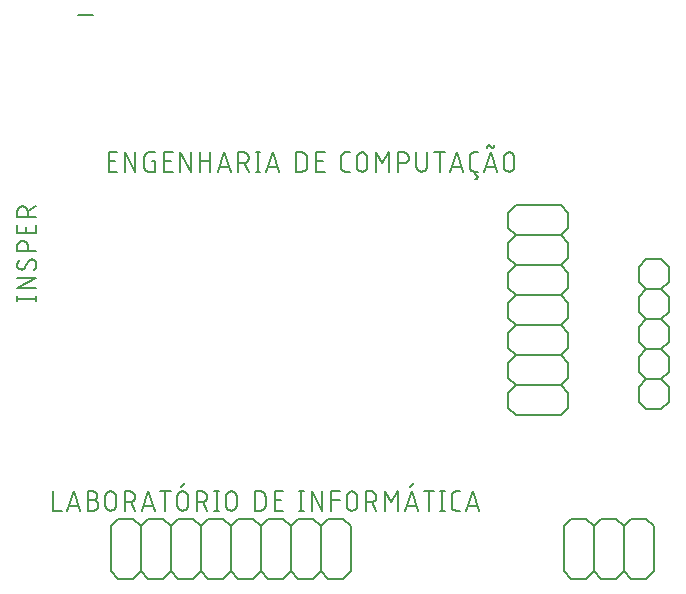
<source format=gbr>
G04 EAGLE Gerber RS-274X export*
G75*
%MOMM*%
%FSLAX34Y34*%
%LPD*%
%INSilkscreen Top*%
%IPPOS*%
%AMOC8*
5,1,8,0,0,1.08239X$1,22.5*%
G01*
%ADD10C,0.152400*%
%ADD11C,0.203200*%


D10*
X56503Y151638D02*
X56503Y135382D01*
X63728Y135382D01*
X68596Y135382D02*
X74015Y151638D01*
X79433Y135382D01*
X78079Y139446D02*
X69951Y139446D01*
X85863Y144413D02*
X90378Y144413D01*
X90378Y144414D02*
X90511Y144412D01*
X90643Y144406D01*
X90775Y144396D01*
X90907Y144383D01*
X91039Y144365D01*
X91169Y144344D01*
X91300Y144319D01*
X91429Y144290D01*
X91557Y144257D01*
X91685Y144221D01*
X91811Y144181D01*
X91936Y144137D01*
X92060Y144089D01*
X92182Y144038D01*
X92303Y143983D01*
X92422Y143925D01*
X92540Y143863D01*
X92655Y143798D01*
X92769Y143729D01*
X92880Y143658D01*
X92989Y143582D01*
X93096Y143504D01*
X93201Y143423D01*
X93303Y143338D01*
X93403Y143251D01*
X93500Y143161D01*
X93595Y143068D01*
X93686Y142972D01*
X93775Y142874D01*
X93861Y142773D01*
X93944Y142669D01*
X94024Y142563D01*
X94100Y142455D01*
X94174Y142345D01*
X94244Y142232D01*
X94311Y142118D01*
X94374Y142001D01*
X94434Y141883D01*
X94491Y141763D01*
X94544Y141641D01*
X94593Y141518D01*
X94639Y141394D01*
X94681Y141268D01*
X94719Y141141D01*
X94754Y141013D01*
X94785Y140884D01*
X94812Y140755D01*
X94835Y140624D01*
X94855Y140493D01*
X94870Y140361D01*
X94882Y140229D01*
X94890Y140097D01*
X94894Y139964D01*
X94894Y139832D01*
X94890Y139699D01*
X94882Y139567D01*
X94870Y139435D01*
X94855Y139303D01*
X94835Y139172D01*
X94812Y139041D01*
X94785Y138912D01*
X94754Y138783D01*
X94719Y138655D01*
X94681Y138528D01*
X94639Y138402D01*
X94593Y138278D01*
X94544Y138155D01*
X94491Y138033D01*
X94434Y137913D01*
X94374Y137795D01*
X94311Y137678D01*
X94244Y137564D01*
X94174Y137451D01*
X94100Y137341D01*
X94024Y137233D01*
X93944Y137127D01*
X93861Y137023D01*
X93775Y136922D01*
X93686Y136824D01*
X93595Y136728D01*
X93500Y136635D01*
X93403Y136545D01*
X93303Y136458D01*
X93201Y136373D01*
X93096Y136292D01*
X92989Y136214D01*
X92880Y136138D01*
X92769Y136067D01*
X92655Y135998D01*
X92540Y135933D01*
X92422Y135871D01*
X92303Y135813D01*
X92182Y135758D01*
X92060Y135707D01*
X91936Y135659D01*
X91811Y135615D01*
X91685Y135575D01*
X91557Y135539D01*
X91429Y135506D01*
X91300Y135477D01*
X91169Y135452D01*
X91039Y135431D01*
X90907Y135413D01*
X90775Y135400D01*
X90643Y135390D01*
X90511Y135384D01*
X90378Y135382D01*
X85863Y135382D01*
X85863Y151638D01*
X90378Y151638D01*
X90497Y151636D01*
X90617Y151630D01*
X90736Y151620D01*
X90854Y151606D01*
X90973Y151589D01*
X91090Y151567D01*
X91207Y151542D01*
X91322Y151512D01*
X91437Y151479D01*
X91551Y151442D01*
X91663Y151402D01*
X91774Y151357D01*
X91883Y151309D01*
X91991Y151258D01*
X92097Y151203D01*
X92201Y151144D01*
X92303Y151082D01*
X92403Y151017D01*
X92501Y150948D01*
X92597Y150876D01*
X92690Y150801D01*
X92780Y150724D01*
X92868Y150643D01*
X92953Y150559D01*
X93035Y150472D01*
X93115Y150383D01*
X93191Y150291D01*
X93265Y150197D01*
X93335Y150100D01*
X93402Y150002D01*
X93466Y149901D01*
X93526Y149797D01*
X93583Y149692D01*
X93636Y149585D01*
X93686Y149477D01*
X93732Y149367D01*
X93774Y149255D01*
X93813Y149142D01*
X93848Y149028D01*
X93879Y148913D01*
X93907Y148796D01*
X93930Y148679D01*
X93950Y148562D01*
X93966Y148443D01*
X93978Y148324D01*
X93986Y148205D01*
X93990Y148086D01*
X93990Y147966D01*
X93986Y147847D01*
X93978Y147728D01*
X93966Y147609D01*
X93950Y147490D01*
X93930Y147373D01*
X93907Y147256D01*
X93879Y147139D01*
X93848Y147024D01*
X93813Y146910D01*
X93774Y146797D01*
X93732Y146685D01*
X93686Y146575D01*
X93636Y146467D01*
X93583Y146360D01*
X93526Y146255D01*
X93466Y146151D01*
X93402Y146050D01*
X93335Y145952D01*
X93265Y145855D01*
X93191Y145761D01*
X93115Y145669D01*
X93035Y145580D01*
X92953Y145493D01*
X92868Y145409D01*
X92780Y145328D01*
X92690Y145251D01*
X92597Y145176D01*
X92501Y145104D01*
X92403Y145035D01*
X92303Y144970D01*
X92201Y144908D01*
X92097Y144849D01*
X91991Y144794D01*
X91883Y144743D01*
X91774Y144695D01*
X91663Y144650D01*
X91551Y144610D01*
X91437Y144573D01*
X91322Y144540D01*
X91207Y144510D01*
X91090Y144485D01*
X90973Y144463D01*
X90854Y144446D01*
X90736Y144432D01*
X90617Y144422D01*
X90497Y144416D01*
X90378Y144414D01*
X100762Y147122D02*
X100762Y139898D01*
X100761Y147122D02*
X100763Y147255D01*
X100769Y147387D01*
X100779Y147519D01*
X100792Y147651D01*
X100810Y147783D01*
X100831Y147913D01*
X100856Y148044D01*
X100885Y148173D01*
X100918Y148301D01*
X100954Y148429D01*
X100994Y148555D01*
X101038Y148680D01*
X101086Y148804D01*
X101137Y148926D01*
X101192Y149047D01*
X101250Y149166D01*
X101312Y149284D01*
X101377Y149399D01*
X101446Y149513D01*
X101517Y149624D01*
X101593Y149733D01*
X101671Y149840D01*
X101752Y149945D01*
X101837Y150047D01*
X101924Y150147D01*
X102014Y150244D01*
X102107Y150339D01*
X102203Y150430D01*
X102301Y150519D01*
X102402Y150605D01*
X102506Y150688D01*
X102612Y150768D01*
X102720Y150844D01*
X102830Y150918D01*
X102943Y150988D01*
X103057Y151055D01*
X103174Y151118D01*
X103292Y151178D01*
X103412Y151235D01*
X103534Y151288D01*
X103657Y151337D01*
X103781Y151383D01*
X103907Y151425D01*
X104034Y151463D01*
X104162Y151498D01*
X104291Y151529D01*
X104420Y151556D01*
X104551Y151579D01*
X104682Y151599D01*
X104814Y151614D01*
X104946Y151626D01*
X105078Y151634D01*
X105211Y151638D01*
X105343Y151638D01*
X105476Y151634D01*
X105608Y151626D01*
X105740Y151614D01*
X105872Y151599D01*
X106003Y151579D01*
X106134Y151556D01*
X106263Y151529D01*
X106392Y151498D01*
X106520Y151463D01*
X106647Y151425D01*
X106773Y151383D01*
X106897Y151337D01*
X107020Y151288D01*
X107142Y151235D01*
X107262Y151178D01*
X107380Y151118D01*
X107497Y151055D01*
X107611Y150988D01*
X107724Y150918D01*
X107834Y150844D01*
X107942Y150768D01*
X108048Y150688D01*
X108152Y150605D01*
X108253Y150519D01*
X108351Y150430D01*
X108447Y150339D01*
X108540Y150244D01*
X108630Y150147D01*
X108717Y150047D01*
X108802Y149945D01*
X108883Y149840D01*
X108961Y149733D01*
X109037Y149624D01*
X109108Y149513D01*
X109177Y149399D01*
X109242Y149284D01*
X109304Y149166D01*
X109362Y149047D01*
X109417Y148926D01*
X109468Y148804D01*
X109516Y148680D01*
X109560Y148555D01*
X109600Y148429D01*
X109636Y148301D01*
X109669Y148173D01*
X109698Y148044D01*
X109723Y147913D01*
X109744Y147783D01*
X109762Y147651D01*
X109775Y147519D01*
X109785Y147387D01*
X109791Y147255D01*
X109793Y147122D01*
X109793Y139898D01*
X109791Y139765D01*
X109785Y139633D01*
X109775Y139501D01*
X109762Y139369D01*
X109744Y139237D01*
X109723Y139107D01*
X109698Y138976D01*
X109669Y138847D01*
X109636Y138719D01*
X109600Y138591D01*
X109560Y138465D01*
X109516Y138340D01*
X109468Y138216D01*
X109417Y138094D01*
X109362Y137973D01*
X109304Y137854D01*
X109242Y137736D01*
X109177Y137621D01*
X109108Y137507D01*
X109037Y137396D01*
X108961Y137287D01*
X108883Y137180D01*
X108802Y137075D01*
X108717Y136973D01*
X108630Y136873D01*
X108540Y136776D01*
X108447Y136681D01*
X108351Y136590D01*
X108253Y136501D01*
X108152Y136415D01*
X108048Y136332D01*
X107942Y136252D01*
X107834Y136176D01*
X107724Y136102D01*
X107611Y136032D01*
X107497Y135965D01*
X107380Y135902D01*
X107262Y135842D01*
X107142Y135785D01*
X107020Y135732D01*
X106897Y135683D01*
X106773Y135637D01*
X106647Y135595D01*
X106520Y135557D01*
X106392Y135522D01*
X106263Y135491D01*
X106134Y135464D01*
X106003Y135441D01*
X105872Y135421D01*
X105740Y135406D01*
X105608Y135394D01*
X105476Y135386D01*
X105343Y135382D01*
X105211Y135382D01*
X105078Y135386D01*
X104946Y135394D01*
X104814Y135406D01*
X104682Y135421D01*
X104551Y135441D01*
X104420Y135464D01*
X104291Y135491D01*
X104162Y135522D01*
X104034Y135557D01*
X103907Y135595D01*
X103781Y135637D01*
X103657Y135683D01*
X103534Y135732D01*
X103412Y135785D01*
X103292Y135842D01*
X103174Y135902D01*
X103057Y135965D01*
X102943Y136032D01*
X102830Y136102D01*
X102720Y136176D01*
X102612Y136252D01*
X102506Y136332D01*
X102402Y136415D01*
X102301Y136501D01*
X102203Y136590D01*
X102107Y136681D01*
X102014Y136776D01*
X101924Y136873D01*
X101837Y136973D01*
X101752Y137075D01*
X101671Y137180D01*
X101593Y137287D01*
X101517Y137396D01*
X101446Y137507D01*
X101377Y137621D01*
X101312Y137736D01*
X101250Y137854D01*
X101192Y137973D01*
X101137Y138094D01*
X101086Y138216D01*
X101038Y138340D01*
X100994Y138465D01*
X100954Y138591D01*
X100918Y138719D01*
X100885Y138847D01*
X100856Y138976D01*
X100831Y139107D01*
X100810Y139237D01*
X100792Y139369D01*
X100779Y139501D01*
X100769Y139633D01*
X100763Y139765D01*
X100761Y139898D01*
X117006Y135382D02*
X117006Y151638D01*
X121521Y151638D01*
X121654Y151636D01*
X121786Y151630D01*
X121918Y151620D01*
X122050Y151607D01*
X122182Y151589D01*
X122312Y151568D01*
X122443Y151543D01*
X122572Y151514D01*
X122700Y151481D01*
X122828Y151445D01*
X122954Y151405D01*
X123079Y151361D01*
X123203Y151313D01*
X123325Y151262D01*
X123446Y151207D01*
X123565Y151149D01*
X123683Y151087D01*
X123798Y151022D01*
X123912Y150953D01*
X124023Y150882D01*
X124132Y150806D01*
X124239Y150728D01*
X124344Y150647D01*
X124446Y150562D01*
X124546Y150475D01*
X124643Y150385D01*
X124738Y150292D01*
X124829Y150196D01*
X124918Y150098D01*
X125004Y149997D01*
X125087Y149893D01*
X125167Y149787D01*
X125243Y149679D01*
X125317Y149569D01*
X125387Y149456D01*
X125454Y149342D01*
X125517Y149225D01*
X125577Y149107D01*
X125634Y148987D01*
X125687Y148865D01*
X125736Y148742D01*
X125782Y148618D01*
X125824Y148492D01*
X125862Y148365D01*
X125897Y148237D01*
X125928Y148108D01*
X125955Y147979D01*
X125978Y147848D01*
X125998Y147717D01*
X126013Y147585D01*
X126025Y147453D01*
X126033Y147321D01*
X126037Y147188D01*
X126037Y147056D01*
X126033Y146923D01*
X126025Y146791D01*
X126013Y146659D01*
X125998Y146527D01*
X125978Y146396D01*
X125955Y146265D01*
X125928Y146136D01*
X125897Y146007D01*
X125862Y145879D01*
X125824Y145752D01*
X125782Y145626D01*
X125736Y145502D01*
X125687Y145379D01*
X125634Y145257D01*
X125577Y145137D01*
X125517Y145019D01*
X125454Y144902D01*
X125387Y144788D01*
X125317Y144675D01*
X125243Y144565D01*
X125167Y144457D01*
X125087Y144351D01*
X125004Y144247D01*
X124918Y144146D01*
X124829Y144048D01*
X124738Y143952D01*
X124643Y143859D01*
X124546Y143769D01*
X124446Y143682D01*
X124344Y143597D01*
X124239Y143516D01*
X124132Y143438D01*
X124023Y143362D01*
X123912Y143291D01*
X123798Y143222D01*
X123683Y143157D01*
X123565Y143095D01*
X123446Y143037D01*
X123325Y142982D01*
X123203Y142931D01*
X123079Y142883D01*
X122954Y142839D01*
X122828Y142799D01*
X122700Y142763D01*
X122572Y142730D01*
X122443Y142701D01*
X122312Y142676D01*
X122182Y142655D01*
X122050Y142637D01*
X121918Y142624D01*
X121786Y142614D01*
X121654Y142608D01*
X121521Y142606D01*
X121521Y142607D02*
X117006Y142607D01*
X122424Y142607D02*
X126037Y135382D01*
X131642Y135382D02*
X137061Y151638D01*
X142479Y135382D01*
X141125Y139446D02*
X132997Y139446D01*
X151650Y135382D02*
X151650Y151638D01*
X147134Y151638D02*
X156166Y151638D01*
X161724Y147122D02*
X161724Y139898D01*
X161723Y147122D02*
X161725Y147255D01*
X161731Y147387D01*
X161741Y147519D01*
X161754Y147651D01*
X161772Y147783D01*
X161793Y147913D01*
X161818Y148044D01*
X161847Y148173D01*
X161880Y148301D01*
X161916Y148429D01*
X161956Y148555D01*
X162000Y148680D01*
X162048Y148804D01*
X162099Y148926D01*
X162154Y149047D01*
X162212Y149166D01*
X162274Y149284D01*
X162339Y149399D01*
X162408Y149513D01*
X162479Y149624D01*
X162555Y149733D01*
X162633Y149840D01*
X162714Y149945D01*
X162799Y150047D01*
X162886Y150147D01*
X162976Y150244D01*
X163069Y150339D01*
X163165Y150430D01*
X163263Y150519D01*
X163364Y150605D01*
X163468Y150688D01*
X163574Y150768D01*
X163682Y150844D01*
X163792Y150918D01*
X163905Y150988D01*
X164019Y151055D01*
X164136Y151118D01*
X164254Y151178D01*
X164374Y151235D01*
X164496Y151288D01*
X164619Y151337D01*
X164743Y151383D01*
X164869Y151425D01*
X164996Y151463D01*
X165124Y151498D01*
X165253Y151529D01*
X165382Y151556D01*
X165513Y151579D01*
X165644Y151599D01*
X165776Y151614D01*
X165908Y151626D01*
X166040Y151634D01*
X166173Y151638D01*
X166305Y151638D01*
X166438Y151634D01*
X166570Y151626D01*
X166702Y151614D01*
X166834Y151599D01*
X166965Y151579D01*
X167096Y151556D01*
X167225Y151529D01*
X167354Y151498D01*
X167482Y151463D01*
X167609Y151425D01*
X167735Y151383D01*
X167859Y151337D01*
X167982Y151288D01*
X168104Y151235D01*
X168224Y151178D01*
X168342Y151118D01*
X168459Y151055D01*
X168573Y150988D01*
X168686Y150918D01*
X168796Y150844D01*
X168904Y150768D01*
X169010Y150688D01*
X169114Y150605D01*
X169215Y150519D01*
X169313Y150430D01*
X169409Y150339D01*
X169502Y150244D01*
X169592Y150147D01*
X169679Y150047D01*
X169764Y149945D01*
X169845Y149840D01*
X169923Y149733D01*
X169999Y149624D01*
X170070Y149513D01*
X170139Y149399D01*
X170204Y149284D01*
X170266Y149166D01*
X170324Y149047D01*
X170379Y148926D01*
X170430Y148804D01*
X170478Y148680D01*
X170522Y148555D01*
X170562Y148429D01*
X170598Y148301D01*
X170631Y148173D01*
X170660Y148044D01*
X170685Y147913D01*
X170706Y147783D01*
X170724Y147651D01*
X170737Y147519D01*
X170747Y147387D01*
X170753Y147255D01*
X170755Y147122D01*
X170755Y139898D01*
X170753Y139765D01*
X170747Y139633D01*
X170737Y139501D01*
X170724Y139369D01*
X170706Y139237D01*
X170685Y139107D01*
X170660Y138976D01*
X170631Y138847D01*
X170598Y138719D01*
X170562Y138591D01*
X170522Y138465D01*
X170478Y138340D01*
X170430Y138216D01*
X170379Y138094D01*
X170324Y137973D01*
X170266Y137854D01*
X170204Y137736D01*
X170139Y137621D01*
X170070Y137507D01*
X169999Y137396D01*
X169923Y137287D01*
X169845Y137180D01*
X169764Y137075D01*
X169679Y136973D01*
X169592Y136873D01*
X169502Y136776D01*
X169409Y136681D01*
X169313Y136590D01*
X169215Y136501D01*
X169114Y136415D01*
X169010Y136332D01*
X168904Y136252D01*
X168796Y136176D01*
X168686Y136102D01*
X168573Y136032D01*
X168459Y135965D01*
X168342Y135902D01*
X168224Y135842D01*
X168104Y135785D01*
X167982Y135732D01*
X167859Y135683D01*
X167735Y135637D01*
X167609Y135595D01*
X167482Y135557D01*
X167354Y135522D01*
X167225Y135491D01*
X167096Y135464D01*
X166965Y135441D01*
X166834Y135421D01*
X166702Y135406D01*
X166570Y135394D01*
X166438Y135386D01*
X166305Y135382D01*
X166173Y135382D01*
X166040Y135386D01*
X165908Y135394D01*
X165776Y135406D01*
X165644Y135421D01*
X165513Y135441D01*
X165382Y135464D01*
X165253Y135491D01*
X165124Y135522D01*
X164996Y135557D01*
X164869Y135595D01*
X164743Y135637D01*
X164619Y135683D01*
X164496Y135732D01*
X164374Y135785D01*
X164254Y135842D01*
X164136Y135902D01*
X164019Y135965D01*
X163905Y136032D01*
X163792Y136102D01*
X163682Y136176D01*
X163574Y136252D01*
X163468Y136332D01*
X163364Y136415D01*
X163263Y136501D01*
X163165Y136590D01*
X163069Y136681D01*
X162976Y136776D01*
X162886Y136873D01*
X162799Y136973D01*
X162714Y137075D01*
X162633Y137180D01*
X162555Y137287D01*
X162479Y137396D01*
X162408Y137507D01*
X162339Y137621D01*
X162274Y137736D01*
X162212Y137854D01*
X162154Y137973D01*
X162099Y138094D01*
X162048Y138216D01*
X162000Y138340D01*
X161956Y138465D01*
X161916Y138591D01*
X161880Y138719D01*
X161847Y138847D01*
X161818Y138976D01*
X161793Y139107D01*
X161772Y139237D01*
X161754Y139369D01*
X161741Y139501D01*
X161731Y139633D01*
X161725Y139765D01*
X161723Y139898D01*
X164884Y155702D02*
X168497Y158411D01*
X177967Y151638D02*
X177967Y135382D01*
X177967Y151638D02*
X182483Y151638D01*
X182616Y151636D01*
X182748Y151630D01*
X182880Y151620D01*
X183012Y151607D01*
X183144Y151589D01*
X183274Y151568D01*
X183405Y151543D01*
X183534Y151514D01*
X183662Y151481D01*
X183790Y151445D01*
X183916Y151405D01*
X184041Y151361D01*
X184165Y151313D01*
X184287Y151262D01*
X184408Y151207D01*
X184527Y151149D01*
X184645Y151087D01*
X184760Y151022D01*
X184874Y150953D01*
X184985Y150882D01*
X185094Y150806D01*
X185201Y150728D01*
X185306Y150647D01*
X185408Y150562D01*
X185508Y150475D01*
X185605Y150385D01*
X185700Y150292D01*
X185791Y150196D01*
X185880Y150098D01*
X185966Y149997D01*
X186049Y149893D01*
X186129Y149787D01*
X186205Y149679D01*
X186279Y149569D01*
X186349Y149456D01*
X186416Y149342D01*
X186479Y149225D01*
X186539Y149107D01*
X186596Y148987D01*
X186649Y148865D01*
X186698Y148742D01*
X186744Y148618D01*
X186786Y148492D01*
X186824Y148365D01*
X186859Y148237D01*
X186890Y148108D01*
X186917Y147979D01*
X186940Y147848D01*
X186960Y147717D01*
X186975Y147585D01*
X186987Y147453D01*
X186995Y147321D01*
X186999Y147188D01*
X186999Y147056D01*
X186995Y146923D01*
X186987Y146791D01*
X186975Y146659D01*
X186960Y146527D01*
X186940Y146396D01*
X186917Y146265D01*
X186890Y146136D01*
X186859Y146007D01*
X186824Y145879D01*
X186786Y145752D01*
X186744Y145626D01*
X186698Y145502D01*
X186649Y145379D01*
X186596Y145257D01*
X186539Y145137D01*
X186479Y145019D01*
X186416Y144902D01*
X186349Y144788D01*
X186279Y144675D01*
X186205Y144565D01*
X186129Y144457D01*
X186049Y144351D01*
X185966Y144247D01*
X185880Y144146D01*
X185791Y144048D01*
X185700Y143952D01*
X185605Y143859D01*
X185508Y143769D01*
X185408Y143682D01*
X185306Y143597D01*
X185201Y143516D01*
X185094Y143438D01*
X184985Y143362D01*
X184874Y143291D01*
X184760Y143222D01*
X184645Y143157D01*
X184527Y143095D01*
X184408Y143037D01*
X184287Y142982D01*
X184165Y142931D01*
X184041Y142883D01*
X183916Y142839D01*
X183790Y142799D01*
X183662Y142763D01*
X183534Y142730D01*
X183405Y142701D01*
X183274Y142676D01*
X183144Y142655D01*
X183012Y142637D01*
X182880Y142624D01*
X182748Y142614D01*
X182616Y142608D01*
X182483Y142606D01*
X182483Y142607D02*
X177967Y142607D01*
X183386Y142607D02*
X186999Y135382D01*
X194896Y135382D02*
X194896Y151638D01*
X193090Y135382D02*
X196703Y135382D01*
X196703Y151638D02*
X193090Y151638D01*
X202886Y147122D02*
X202886Y139898D01*
X202885Y147122D02*
X202887Y147255D01*
X202893Y147387D01*
X202903Y147519D01*
X202916Y147651D01*
X202934Y147783D01*
X202955Y147913D01*
X202980Y148044D01*
X203009Y148173D01*
X203042Y148301D01*
X203078Y148429D01*
X203118Y148555D01*
X203162Y148680D01*
X203210Y148804D01*
X203261Y148926D01*
X203316Y149047D01*
X203374Y149166D01*
X203436Y149284D01*
X203501Y149399D01*
X203570Y149513D01*
X203641Y149624D01*
X203717Y149733D01*
X203795Y149840D01*
X203876Y149945D01*
X203961Y150047D01*
X204048Y150147D01*
X204138Y150244D01*
X204231Y150339D01*
X204327Y150430D01*
X204425Y150519D01*
X204526Y150605D01*
X204630Y150688D01*
X204736Y150768D01*
X204844Y150844D01*
X204954Y150918D01*
X205067Y150988D01*
X205181Y151055D01*
X205298Y151118D01*
X205416Y151178D01*
X205536Y151235D01*
X205658Y151288D01*
X205781Y151337D01*
X205905Y151383D01*
X206031Y151425D01*
X206158Y151463D01*
X206286Y151498D01*
X206415Y151529D01*
X206544Y151556D01*
X206675Y151579D01*
X206806Y151599D01*
X206938Y151614D01*
X207070Y151626D01*
X207202Y151634D01*
X207335Y151638D01*
X207467Y151638D01*
X207600Y151634D01*
X207732Y151626D01*
X207864Y151614D01*
X207996Y151599D01*
X208127Y151579D01*
X208258Y151556D01*
X208387Y151529D01*
X208516Y151498D01*
X208644Y151463D01*
X208771Y151425D01*
X208897Y151383D01*
X209021Y151337D01*
X209144Y151288D01*
X209266Y151235D01*
X209386Y151178D01*
X209504Y151118D01*
X209621Y151055D01*
X209735Y150988D01*
X209848Y150918D01*
X209958Y150844D01*
X210066Y150768D01*
X210172Y150688D01*
X210276Y150605D01*
X210377Y150519D01*
X210475Y150430D01*
X210571Y150339D01*
X210664Y150244D01*
X210754Y150147D01*
X210841Y150047D01*
X210926Y149945D01*
X211007Y149840D01*
X211085Y149733D01*
X211161Y149624D01*
X211232Y149513D01*
X211301Y149399D01*
X211366Y149284D01*
X211428Y149166D01*
X211486Y149047D01*
X211541Y148926D01*
X211592Y148804D01*
X211640Y148680D01*
X211684Y148555D01*
X211724Y148429D01*
X211760Y148301D01*
X211793Y148173D01*
X211822Y148044D01*
X211847Y147913D01*
X211868Y147783D01*
X211886Y147651D01*
X211899Y147519D01*
X211909Y147387D01*
X211915Y147255D01*
X211917Y147122D01*
X211917Y139898D01*
X211915Y139765D01*
X211909Y139633D01*
X211899Y139501D01*
X211886Y139369D01*
X211868Y139237D01*
X211847Y139107D01*
X211822Y138976D01*
X211793Y138847D01*
X211760Y138719D01*
X211724Y138591D01*
X211684Y138465D01*
X211640Y138340D01*
X211592Y138216D01*
X211541Y138094D01*
X211486Y137973D01*
X211428Y137854D01*
X211366Y137736D01*
X211301Y137621D01*
X211232Y137507D01*
X211161Y137396D01*
X211085Y137287D01*
X211007Y137180D01*
X210926Y137075D01*
X210841Y136973D01*
X210754Y136873D01*
X210664Y136776D01*
X210571Y136681D01*
X210475Y136590D01*
X210377Y136501D01*
X210276Y136415D01*
X210172Y136332D01*
X210066Y136252D01*
X209958Y136176D01*
X209848Y136102D01*
X209735Y136032D01*
X209621Y135965D01*
X209504Y135902D01*
X209386Y135842D01*
X209266Y135785D01*
X209144Y135732D01*
X209021Y135683D01*
X208897Y135637D01*
X208771Y135595D01*
X208644Y135557D01*
X208516Y135522D01*
X208387Y135491D01*
X208258Y135464D01*
X208127Y135441D01*
X207996Y135421D01*
X207864Y135406D01*
X207732Y135394D01*
X207600Y135386D01*
X207467Y135382D01*
X207335Y135382D01*
X207202Y135386D01*
X207070Y135394D01*
X206938Y135406D01*
X206806Y135421D01*
X206675Y135441D01*
X206544Y135464D01*
X206415Y135491D01*
X206286Y135522D01*
X206158Y135557D01*
X206031Y135595D01*
X205905Y135637D01*
X205781Y135683D01*
X205658Y135732D01*
X205536Y135785D01*
X205416Y135842D01*
X205298Y135902D01*
X205181Y135965D01*
X205067Y136032D01*
X204954Y136102D01*
X204844Y136176D01*
X204736Y136252D01*
X204630Y136332D01*
X204526Y136415D01*
X204425Y136501D01*
X204327Y136590D01*
X204231Y136681D01*
X204138Y136776D01*
X204048Y136873D01*
X203961Y136973D01*
X203876Y137075D01*
X203795Y137180D01*
X203717Y137287D01*
X203641Y137396D01*
X203570Y137507D01*
X203501Y137621D01*
X203436Y137736D01*
X203374Y137854D01*
X203316Y137973D01*
X203261Y138094D01*
X203210Y138216D01*
X203162Y138340D01*
X203118Y138465D01*
X203078Y138591D01*
X203042Y138719D01*
X203009Y138847D01*
X202980Y138976D01*
X202955Y139107D01*
X202934Y139237D01*
X202916Y139369D01*
X202903Y139501D01*
X202893Y139633D01*
X202887Y139765D01*
X202885Y139898D01*
X227375Y135382D02*
X227375Y151638D01*
X231890Y151638D01*
X232021Y151636D01*
X232153Y151630D01*
X232284Y151621D01*
X232414Y151607D01*
X232545Y151590D01*
X232674Y151569D01*
X232803Y151545D01*
X232931Y151516D01*
X233059Y151484D01*
X233185Y151448D01*
X233310Y151409D01*
X233435Y151366D01*
X233557Y151319D01*
X233679Y151269D01*
X233799Y151215D01*
X233917Y151158D01*
X234033Y151097D01*
X234148Y151033D01*
X234261Y150966D01*
X234372Y150895D01*
X234480Y150821D01*
X234587Y150744D01*
X234691Y150664D01*
X234793Y150581D01*
X234892Y150496D01*
X234989Y150407D01*
X235083Y150315D01*
X235175Y150221D01*
X235264Y150124D01*
X235349Y150025D01*
X235432Y149923D01*
X235512Y149819D01*
X235589Y149712D01*
X235663Y149604D01*
X235734Y149493D01*
X235801Y149380D01*
X235865Y149265D01*
X235926Y149149D01*
X235983Y149031D01*
X236037Y148911D01*
X236087Y148789D01*
X236134Y148667D01*
X236177Y148542D01*
X236216Y148417D01*
X236252Y148291D01*
X236284Y148163D01*
X236313Y148035D01*
X236337Y147906D01*
X236358Y147777D01*
X236375Y147646D01*
X236389Y147516D01*
X236398Y147385D01*
X236404Y147253D01*
X236406Y147122D01*
X236406Y139898D01*
X236404Y139767D01*
X236398Y139635D01*
X236389Y139504D01*
X236375Y139374D01*
X236358Y139243D01*
X236337Y139114D01*
X236313Y138985D01*
X236284Y138857D01*
X236252Y138729D01*
X236216Y138603D01*
X236177Y138478D01*
X236134Y138353D01*
X236087Y138231D01*
X236037Y138109D01*
X235983Y137989D01*
X235926Y137871D01*
X235865Y137755D01*
X235801Y137640D01*
X235734Y137527D01*
X235663Y137416D01*
X235589Y137308D01*
X235512Y137201D01*
X235432Y137097D01*
X235349Y136995D01*
X235264Y136896D01*
X235175Y136799D01*
X235083Y136705D01*
X234989Y136613D01*
X234892Y136524D01*
X234793Y136439D01*
X234691Y136356D01*
X234587Y136276D01*
X234480Y136199D01*
X234372Y136125D01*
X234261Y136054D01*
X234148Y135987D01*
X234033Y135923D01*
X233917Y135862D01*
X233799Y135805D01*
X233679Y135751D01*
X233557Y135701D01*
X233435Y135654D01*
X233310Y135611D01*
X233185Y135572D01*
X233059Y135536D01*
X232931Y135504D01*
X232803Y135475D01*
X232674Y135451D01*
X232544Y135430D01*
X232414Y135413D01*
X232284Y135399D01*
X232153Y135390D01*
X232021Y135384D01*
X231890Y135382D01*
X227375Y135382D01*
X244078Y135382D02*
X251303Y135382D01*
X244078Y135382D02*
X244078Y151638D01*
X251303Y151638D01*
X249496Y144413D02*
X244078Y144413D01*
X266800Y151638D02*
X266800Y135382D01*
X264994Y135382D02*
X268606Y135382D01*
X268606Y151638D02*
X264994Y151638D01*
X275310Y151638D02*
X275310Y135382D01*
X284342Y135382D02*
X275310Y151638D01*
X284342Y151638D02*
X284342Y135382D01*
X292014Y135382D02*
X292014Y151638D01*
X299238Y151638D01*
X299238Y144413D02*
X292014Y144413D01*
X305010Y147122D02*
X305010Y139898D01*
X305009Y147122D02*
X305011Y147255D01*
X305017Y147387D01*
X305027Y147519D01*
X305040Y147651D01*
X305058Y147783D01*
X305079Y147913D01*
X305104Y148044D01*
X305133Y148173D01*
X305166Y148301D01*
X305202Y148429D01*
X305242Y148555D01*
X305286Y148680D01*
X305334Y148804D01*
X305385Y148926D01*
X305440Y149047D01*
X305498Y149166D01*
X305560Y149284D01*
X305625Y149399D01*
X305694Y149513D01*
X305765Y149624D01*
X305841Y149733D01*
X305919Y149840D01*
X306000Y149945D01*
X306085Y150047D01*
X306172Y150147D01*
X306262Y150244D01*
X306355Y150339D01*
X306451Y150430D01*
X306549Y150519D01*
X306650Y150605D01*
X306754Y150688D01*
X306860Y150768D01*
X306968Y150844D01*
X307078Y150918D01*
X307191Y150988D01*
X307305Y151055D01*
X307422Y151118D01*
X307540Y151178D01*
X307660Y151235D01*
X307782Y151288D01*
X307905Y151337D01*
X308029Y151383D01*
X308155Y151425D01*
X308282Y151463D01*
X308410Y151498D01*
X308539Y151529D01*
X308668Y151556D01*
X308799Y151579D01*
X308930Y151599D01*
X309062Y151614D01*
X309194Y151626D01*
X309326Y151634D01*
X309459Y151638D01*
X309591Y151638D01*
X309724Y151634D01*
X309856Y151626D01*
X309988Y151614D01*
X310120Y151599D01*
X310251Y151579D01*
X310382Y151556D01*
X310511Y151529D01*
X310640Y151498D01*
X310768Y151463D01*
X310895Y151425D01*
X311021Y151383D01*
X311145Y151337D01*
X311268Y151288D01*
X311390Y151235D01*
X311510Y151178D01*
X311628Y151118D01*
X311745Y151055D01*
X311859Y150988D01*
X311972Y150918D01*
X312082Y150844D01*
X312190Y150768D01*
X312296Y150688D01*
X312400Y150605D01*
X312501Y150519D01*
X312599Y150430D01*
X312695Y150339D01*
X312788Y150244D01*
X312878Y150147D01*
X312965Y150047D01*
X313050Y149945D01*
X313131Y149840D01*
X313209Y149733D01*
X313285Y149624D01*
X313356Y149513D01*
X313425Y149399D01*
X313490Y149284D01*
X313552Y149166D01*
X313610Y149047D01*
X313665Y148926D01*
X313716Y148804D01*
X313764Y148680D01*
X313808Y148555D01*
X313848Y148429D01*
X313884Y148301D01*
X313917Y148173D01*
X313946Y148044D01*
X313971Y147913D01*
X313992Y147783D01*
X314010Y147651D01*
X314023Y147519D01*
X314033Y147387D01*
X314039Y147255D01*
X314041Y147122D01*
X314041Y139898D01*
X314039Y139765D01*
X314033Y139633D01*
X314023Y139501D01*
X314010Y139369D01*
X313992Y139237D01*
X313971Y139107D01*
X313946Y138976D01*
X313917Y138847D01*
X313884Y138719D01*
X313848Y138591D01*
X313808Y138465D01*
X313764Y138340D01*
X313716Y138216D01*
X313665Y138094D01*
X313610Y137973D01*
X313552Y137854D01*
X313490Y137736D01*
X313425Y137621D01*
X313356Y137507D01*
X313285Y137396D01*
X313209Y137287D01*
X313131Y137180D01*
X313050Y137075D01*
X312965Y136973D01*
X312878Y136873D01*
X312788Y136776D01*
X312695Y136681D01*
X312599Y136590D01*
X312501Y136501D01*
X312400Y136415D01*
X312296Y136332D01*
X312190Y136252D01*
X312082Y136176D01*
X311972Y136102D01*
X311859Y136032D01*
X311745Y135965D01*
X311628Y135902D01*
X311510Y135842D01*
X311390Y135785D01*
X311268Y135732D01*
X311145Y135683D01*
X311021Y135637D01*
X310895Y135595D01*
X310768Y135557D01*
X310640Y135522D01*
X310511Y135491D01*
X310382Y135464D01*
X310251Y135441D01*
X310120Y135421D01*
X309988Y135406D01*
X309856Y135394D01*
X309724Y135386D01*
X309591Y135382D01*
X309459Y135382D01*
X309326Y135386D01*
X309194Y135394D01*
X309062Y135406D01*
X308930Y135421D01*
X308799Y135441D01*
X308668Y135464D01*
X308539Y135491D01*
X308410Y135522D01*
X308282Y135557D01*
X308155Y135595D01*
X308029Y135637D01*
X307905Y135683D01*
X307782Y135732D01*
X307660Y135785D01*
X307540Y135842D01*
X307422Y135902D01*
X307305Y135965D01*
X307191Y136032D01*
X307078Y136102D01*
X306968Y136176D01*
X306860Y136252D01*
X306754Y136332D01*
X306650Y136415D01*
X306549Y136501D01*
X306451Y136590D01*
X306355Y136681D01*
X306262Y136776D01*
X306172Y136873D01*
X306085Y136973D01*
X306000Y137075D01*
X305919Y137180D01*
X305841Y137287D01*
X305765Y137396D01*
X305694Y137507D01*
X305625Y137621D01*
X305560Y137736D01*
X305498Y137854D01*
X305440Y137973D01*
X305385Y138094D01*
X305334Y138216D01*
X305286Y138340D01*
X305242Y138465D01*
X305202Y138591D01*
X305166Y138719D01*
X305133Y138847D01*
X305104Y138976D01*
X305079Y139107D01*
X305058Y139237D01*
X305040Y139369D01*
X305027Y139501D01*
X305017Y139633D01*
X305011Y139765D01*
X305009Y139898D01*
X321254Y135382D02*
X321254Y151638D01*
X325769Y151638D01*
X325902Y151636D01*
X326034Y151630D01*
X326166Y151620D01*
X326298Y151607D01*
X326430Y151589D01*
X326560Y151568D01*
X326691Y151543D01*
X326820Y151514D01*
X326948Y151481D01*
X327076Y151445D01*
X327202Y151405D01*
X327327Y151361D01*
X327451Y151313D01*
X327573Y151262D01*
X327694Y151207D01*
X327813Y151149D01*
X327931Y151087D01*
X328046Y151022D01*
X328160Y150953D01*
X328271Y150882D01*
X328380Y150806D01*
X328487Y150728D01*
X328592Y150647D01*
X328694Y150562D01*
X328794Y150475D01*
X328891Y150385D01*
X328986Y150292D01*
X329077Y150196D01*
X329166Y150098D01*
X329252Y149997D01*
X329335Y149893D01*
X329415Y149787D01*
X329491Y149679D01*
X329565Y149569D01*
X329635Y149456D01*
X329702Y149342D01*
X329765Y149225D01*
X329825Y149107D01*
X329882Y148987D01*
X329935Y148865D01*
X329984Y148742D01*
X330030Y148618D01*
X330072Y148492D01*
X330110Y148365D01*
X330145Y148237D01*
X330176Y148108D01*
X330203Y147979D01*
X330226Y147848D01*
X330246Y147717D01*
X330261Y147585D01*
X330273Y147453D01*
X330281Y147321D01*
X330285Y147188D01*
X330285Y147056D01*
X330281Y146923D01*
X330273Y146791D01*
X330261Y146659D01*
X330246Y146527D01*
X330226Y146396D01*
X330203Y146265D01*
X330176Y146136D01*
X330145Y146007D01*
X330110Y145879D01*
X330072Y145752D01*
X330030Y145626D01*
X329984Y145502D01*
X329935Y145379D01*
X329882Y145257D01*
X329825Y145137D01*
X329765Y145019D01*
X329702Y144902D01*
X329635Y144788D01*
X329565Y144675D01*
X329491Y144565D01*
X329415Y144457D01*
X329335Y144351D01*
X329252Y144247D01*
X329166Y144146D01*
X329077Y144048D01*
X328986Y143952D01*
X328891Y143859D01*
X328794Y143769D01*
X328694Y143682D01*
X328592Y143597D01*
X328487Y143516D01*
X328380Y143438D01*
X328271Y143362D01*
X328160Y143291D01*
X328046Y143222D01*
X327931Y143157D01*
X327813Y143095D01*
X327694Y143037D01*
X327573Y142982D01*
X327451Y142931D01*
X327327Y142883D01*
X327202Y142839D01*
X327076Y142799D01*
X326948Y142763D01*
X326820Y142730D01*
X326691Y142701D01*
X326560Y142676D01*
X326430Y142655D01*
X326298Y142637D01*
X326166Y142624D01*
X326034Y142614D01*
X325902Y142608D01*
X325769Y142606D01*
X325769Y142607D02*
X321254Y142607D01*
X326672Y142607D02*
X330285Y135382D01*
X337453Y135382D02*
X337453Y151638D01*
X342872Y142607D01*
X348291Y151638D01*
X348291Y135382D01*
X354648Y135382D02*
X360066Y151638D01*
X365485Y135382D01*
X364130Y139446D02*
X356002Y139446D01*
X358712Y155702D02*
X362324Y158411D01*
X374655Y151638D02*
X374655Y135382D01*
X370140Y151638D02*
X379171Y151638D01*
X386118Y151638D02*
X386118Y135382D01*
X384312Y135382D02*
X387925Y135382D01*
X387925Y151638D02*
X384312Y151638D01*
X397681Y135382D02*
X401293Y135382D01*
X397681Y135382D02*
X397563Y135384D01*
X397445Y135390D01*
X397327Y135399D01*
X397210Y135413D01*
X397093Y135430D01*
X396976Y135451D01*
X396861Y135476D01*
X396746Y135505D01*
X396632Y135538D01*
X396520Y135574D01*
X396409Y135614D01*
X396299Y135657D01*
X396190Y135704D01*
X396083Y135754D01*
X395978Y135809D01*
X395875Y135866D01*
X395774Y135927D01*
X395674Y135991D01*
X395577Y136058D01*
X395482Y136128D01*
X395390Y136202D01*
X395299Y136278D01*
X395212Y136358D01*
X395127Y136440D01*
X395045Y136525D01*
X394965Y136612D01*
X394889Y136703D01*
X394815Y136795D01*
X394745Y136890D01*
X394678Y136987D01*
X394614Y137087D01*
X394553Y137188D01*
X394496Y137291D01*
X394441Y137396D01*
X394391Y137503D01*
X394344Y137612D01*
X394301Y137722D01*
X394261Y137833D01*
X394225Y137945D01*
X394192Y138059D01*
X394163Y138174D01*
X394138Y138289D01*
X394117Y138406D01*
X394100Y138523D01*
X394086Y138640D01*
X394077Y138758D01*
X394071Y138876D01*
X394069Y138994D01*
X394068Y138994D02*
X394068Y148026D01*
X394069Y148026D02*
X394071Y148144D01*
X394077Y148262D01*
X394086Y148380D01*
X394100Y148497D01*
X394117Y148614D01*
X394138Y148731D01*
X394163Y148846D01*
X394192Y148961D01*
X394225Y149075D01*
X394261Y149187D01*
X394301Y149298D01*
X394344Y149408D01*
X394391Y149517D01*
X394441Y149624D01*
X394495Y149729D01*
X394553Y149832D01*
X394614Y149933D01*
X394678Y150033D01*
X394745Y150130D01*
X394815Y150225D01*
X394889Y150317D01*
X394965Y150408D01*
X395045Y150495D01*
X395127Y150580D01*
X395212Y150662D01*
X395299Y150742D01*
X395390Y150818D01*
X395482Y150892D01*
X395577Y150962D01*
X395674Y151029D01*
X395774Y151093D01*
X395875Y151154D01*
X395978Y151211D01*
X396083Y151265D01*
X396190Y151316D01*
X396299Y151363D01*
X396409Y151406D01*
X396520Y151446D01*
X396632Y151482D01*
X396746Y151515D01*
X396861Y151544D01*
X396976Y151569D01*
X397093Y151590D01*
X397210Y151607D01*
X397327Y151621D01*
X397445Y151630D01*
X397563Y151636D01*
X397681Y151638D01*
X401293Y151638D01*
X411649Y151638D02*
X406231Y135382D01*
X417068Y135382D02*
X411649Y151638D01*
X415713Y139446D02*
X407585Y139446D01*
X42418Y314864D02*
X26162Y314864D01*
X42418Y313058D02*
X42418Y316670D01*
X26162Y316670D02*
X26162Y313058D01*
X26162Y323375D02*
X42418Y323375D01*
X42418Y332406D02*
X26162Y323375D01*
X26162Y332406D02*
X42418Y332406D01*
X42418Y344424D02*
X42416Y344542D01*
X42410Y344660D01*
X42401Y344778D01*
X42387Y344895D01*
X42370Y345012D01*
X42349Y345129D01*
X42324Y345244D01*
X42295Y345359D01*
X42262Y345473D01*
X42226Y345585D01*
X42186Y345696D01*
X42143Y345806D01*
X42096Y345915D01*
X42046Y346022D01*
X41991Y346127D01*
X41934Y346230D01*
X41873Y346331D01*
X41809Y346431D01*
X41742Y346528D01*
X41672Y346623D01*
X41598Y346715D01*
X41522Y346806D01*
X41442Y346893D01*
X41360Y346978D01*
X41275Y347060D01*
X41188Y347140D01*
X41097Y347216D01*
X41005Y347290D01*
X40910Y347360D01*
X40813Y347427D01*
X40713Y347491D01*
X40612Y347552D01*
X40509Y347609D01*
X40404Y347664D01*
X40297Y347714D01*
X40188Y347761D01*
X40078Y347804D01*
X39967Y347844D01*
X39855Y347880D01*
X39741Y347913D01*
X39626Y347942D01*
X39511Y347967D01*
X39394Y347988D01*
X39277Y348005D01*
X39160Y348019D01*
X39042Y348028D01*
X38924Y348034D01*
X38806Y348036D01*
X42418Y344424D02*
X42416Y344241D01*
X42409Y344059D01*
X42398Y343877D01*
X42383Y343695D01*
X42363Y343513D01*
X42340Y343332D01*
X42311Y343152D01*
X42279Y342972D01*
X42242Y342793D01*
X42201Y342616D01*
X42155Y342439D01*
X42106Y342263D01*
X42052Y342089D01*
X41994Y341915D01*
X41932Y341744D01*
X41866Y341574D01*
X41795Y341405D01*
X41721Y341238D01*
X41643Y341073D01*
X41561Y340910D01*
X41475Y340749D01*
X41385Y340590D01*
X41291Y340433D01*
X41194Y340279D01*
X41093Y340127D01*
X40988Y339977D01*
X40880Y339830D01*
X40769Y339686D01*
X40654Y339544D01*
X40535Y339405D01*
X40413Y339269D01*
X40288Y339136D01*
X40160Y339006D01*
X29774Y339458D02*
X29656Y339460D01*
X29538Y339466D01*
X29420Y339475D01*
X29303Y339489D01*
X29186Y339506D01*
X29069Y339527D01*
X28954Y339552D01*
X28839Y339581D01*
X28725Y339614D01*
X28613Y339650D01*
X28502Y339690D01*
X28392Y339733D01*
X28283Y339780D01*
X28176Y339830D01*
X28071Y339885D01*
X27968Y339942D01*
X27867Y340003D01*
X27767Y340067D01*
X27670Y340134D01*
X27575Y340204D01*
X27483Y340278D01*
X27392Y340354D01*
X27305Y340434D01*
X27220Y340516D01*
X27138Y340601D01*
X27058Y340688D01*
X26982Y340779D01*
X26908Y340871D01*
X26838Y340966D01*
X26771Y341063D01*
X26707Y341163D01*
X26646Y341264D01*
X26589Y341367D01*
X26534Y341472D01*
X26484Y341579D01*
X26437Y341688D01*
X26394Y341798D01*
X26354Y341909D01*
X26318Y342021D01*
X26285Y342135D01*
X26256Y342250D01*
X26231Y342365D01*
X26210Y342482D01*
X26193Y342599D01*
X26179Y342716D01*
X26170Y342834D01*
X26164Y342952D01*
X26162Y343070D01*
X26164Y343231D01*
X26170Y343393D01*
X26179Y343554D01*
X26193Y343715D01*
X26210Y343875D01*
X26231Y344035D01*
X26256Y344195D01*
X26285Y344354D01*
X26317Y344512D01*
X26353Y344669D01*
X26393Y344825D01*
X26437Y344981D01*
X26485Y345135D01*
X26536Y345288D01*
X26590Y345440D01*
X26649Y345591D01*
X26710Y345740D01*
X26776Y345887D01*
X26845Y346033D01*
X26917Y346178D01*
X26993Y346320D01*
X27072Y346461D01*
X27154Y346600D01*
X27240Y346736D01*
X27329Y346871D01*
X27421Y347004D01*
X27517Y347134D01*
X32935Y341263D02*
X32873Y341162D01*
X32808Y341062D01*
X32739Y340965D01*
X32667Y340870D01*
X32593Y340777D01*
X32515Y340687D01*
X32434Y340599D01*
X32351Y340514D01*
X32265Y340432D01*
X32176Y340353D01*
X32085Y340276D01*
X31991Y340203D01*
X31895Y340132D01*
X31797Y340065D01*
X31697Y340001D01*
X31594Y339940D01*
X31490Y339883D01*
X31384Y339829D01*
X31276Y339779D01*
X31167Y339732D01*
X31056Y339688D01*
X30944Y339648D01*
X30830Y339612D01*
X30716Y339580D01*
X30600Y339551D01*
X30484Y339526D01*
X30367Y339505D01*
X30249Y339488D01*
X30131Y339474D01*
X30012Y339465D01*
X29893Y339459D01*
X29774Y339457D01*
X35645Y346231D02*
X35707Y346332D01*
X35772Y346432D01*
X35841Y346529D01*
X35913Y346624D01*
X35987Y346717D01*
X36065Y346807D01*
X36146Y346895D01*
X36229Y346980D01*
X36315Y347062D01*
X36404Y347141D01*
X36495Y347218D01*
X36589Y347291D01*
X36685Y347362D01*
X36783Y347429D01*
X36883Y347493D01*
X36986Y347554D01*
X37090Y347611D01*
X37196Y347665D01*
X37304Y347715D01*
X37413Y347762D01*
X37524Y347806D01*
X37636Y347846D01*
X37750Y347882D01*
X37864Y347914D01*
X37980Y347943D01*
X38096Y347968D01*
X38213Y347989D01*
X38331Y348006D01*
X38449Y348020D01*
X38568Y348029D01*
X38687Y348035D01*
X38806Y348037D01*
X35645Y346231D02*
X32935Y341264D01*
X26162Y354848D02*
X42418Y354848D01*
X26162Y354848D02*
X26162Y359364D01*
X26164Y359497D01*
X26170Y359629D01*
X26180Y359761D01*
X26193Y359893D01*
X26211Y360025D01*
X26232Y360155D01*
X26257Y360286D01*
X26286Y360415D01*
X26319Y360543D01*
X26355Y360671D01*
X26395Y360797D01*
X26439Y360922D01*
X26487Y361046D01*
X26538Y361168D01*
X26593Y361289D01*
X26651Y361408D01*
X26713Y361526D01*
X26778Y361641D01*
X26847Y361755D01*
X26918Y361866D01*
X26994Y361975D01*
X27072Y362082D01*
X27153Y362187D01*
X27238Y362289D01*
X27325Y362389D01*
X27415Y362486D01*
X27508Y362581D01*
X27604Y362672D01*
X27702Y362761D01*
X27803Y362847D01*
X27907Y362930D01*
X28013Y363010D01*
X28121Y363086D01*
X28231Y363160D01*
X28344Y363230D01*
X28458Y363297D01*
X28575Y363360D01*
X28693Y363420D01*
X28813Y363477D01*
X28935Y363530D01*
X29058Y363579D01*
X29182Y363625D01*
X29308Y363667D01*
X29435Y363705D01*
X29563Y363740D01*
X29692Y363771D01*
X29821Y363798D01*
X29952Y363821D01*
X30083Y363841D01*
X30215Y363856D01*
X30347Y363868D01*
X30479Y363876D01*
X30612Y363880D01*
X30744Y363880D01*
X30877Y363876D01*
X31009Y363868D01*
X31141Y363856D01*
X31273Y363841D01*
X31404Y363821D01*
X31535Y363798D01*
X31664Y363771D01*
X31793Y363740D01*
X31921Y363705D01*
X32048Y363667D01*
X32174Y363625D01*
X32298Y363579D01*
X32421Y363530D01*
X32543Y363477D01*
X32663Y363420D01*
X32781Y363360D01*
X32898Y363297D01*
X33012Y363230D01*
X33125Y363160D01*
X33235Y363086D01*
X33343Y363010D01*
X33449Y362930D01*
X33553Y362847D01*
X33654Y362761D01*
X33752Y362672D01*
X33848Y362581D01*
X33941Y362486D01*
X34031Y362389D01*
X34118Y362289D01*
X34203Y362187D01*
X34284Y362082D01*
X34362Y361975D01*
X34438Y361866D01*
X34509Y361755D01*
X34578Y361641D01*
X34643Y361526D01*
X34705Y361408D01*
X34763Y361289D01*
X34818Y361168D01*
X34869Y361046D01*
X34917Y360922D01*
X34961Y360797D01*
X35001Y360671D01*
X35037Y360543D01*
X35070Y360415D01*
X35099Y360286D01*
X35124Y360155D01*
X35145Y360025D01*
X35163Y359893D01*
X35176Y359761D01*
X35186Y359629D01*
X35192Y359497D01*
X35194Y359364D01*
X35193Y359364D02*
X35193Y354848D01*
X42418Y370298D02*
X42418Y377523D01*
X42418Y370298D02*
X26162Y370298D01*
X26162Y377523D01*
X33387Y375717D02*
X33387Y370298D01*
X26162Y383907D02*
X42418Y383907D01*
X26162Y383907D02*
X26162Y388422D01*
X26164Y388555D01*
X26170Y388687D01*
X26180Y388819D01*
X26193Y388951D01*
X26211Y389083D01*
X26232Y389213D01*
X26257Y389344D01*
X26286Y389473D01*
X26319Y389601D01*
X26355Y389729D01*
X26395Y389855D01*
X26439Y389980D01*
X26487Y390104D01*
X26538Y390226D01*
X26593Y390347D01*
X26651Y390466D01*
X26713Y390584D01*
X26778Y390699D01*
X26847Y390813D01*
X26918Y390924D01*
X26994Y391033D01*
X27072Y391140D01*
X27153Y391245D01*
X27238Y391347D01*
X27325Y391447D01*
X27415Y391544D01*
X27508Y391639D01*
X27604Y391730D01*
X27702Y391819D01*
X27803Y391905D01*
X27907Y391988D01*
X28013Y392068D01*
X28121Y392144D01*
X28231Y392218D01*
X28344Y392288D01*
X28458Y392355D01*
X28575Y392418D01*
X28693Y392478D01*
X28813Y392535D01*
X28935Y392588D01*
X29058Y392637D01*
X29182Y392683D01*
X29308Y392725D01*
X29435Y392763D01*
X29563Y392798D01*
X29692Y392829D01*
X29821Y392856D01*
X29952Y392879D01*
X30083Y392899D01*
X30215Y392914D01*
X30347Y392926D01*
X30479Y392934D01*
X30612Y392938D01*
X30744Y392938D01*
X30877Y392934D01*
X31009Y392926D01*
X31141Y392914D01*
X31273Y392899D01*
X31404Y392879D01*
X31535Y392856D01*
X31664Y392829D01*
X31793Y392798D01*
X31921Y392763D01*
X32048Y392725D01*
X32174Y392683D01*
X32298Y392637D01*
X32421Y392588D01*
X32543Y392535D01*
X32663Y392478D01*
X32781Y392418D01*
X32898Y392355D01*
X33012Y392288D01*
X33125Y392218D01*
X33235Y392144D01*
X33343Y392068D01*
X33449Y391988D01*
X33553Y391905D01*
X33654Y391819D01*
X33752Y391730D01*
X33848Y391639D01*
X33941Y391544D01*
X34031Y391447D01*
X34118Y391347D01*
X34203Y391245D01*
X34284Y391140D01*
X34362Y391033D01*
X34438Y390924D01*
X34509Y390813D01*
X34578Y390699D01*
X34643Y390584D01*
X34705Y390466D01*
X34763Y390347D01*
X34818Y390226D01*
X34869Y390104D01*
X34917Y389980D01*
X34961Y389855D01*
X35001Y389729D01*
X35037Y389601D01*
X35070Y389473D01*
X35099Y389344D01*
X35124Y389213D01*
X35145Y389083D01*
X35163Y388951D01*
X35176Y388819D01*
X35186Y388687D01*
X35192Y388555D01*
X35194Y388422D01*
X35193Y388422D02*
X35193Y383907D01*
X35193Y389326D02*
X42418Y392938D01*
X103632Y422402D02*
X110857Y422402D01*
X103632Y422402D02*
X103632Y438658D01*
X110857Y438658D01*
X109051Y431433D02*
X103632Y431433D01*
X117149Y438658D02*
X117149Y422402D01*
X126180Y422402D02*
X117149Y438658D01*
X126180Y438658D02*
X126180Y422402D01*
X140144Y431433D02*
X142854Y431433D01*
X142854Y422402D01*
X137435Y422402D01*
X137317Y422404D01*
X137199Y422410D01*
X137081Y422419D01*
X136964Y422433D01*
X136847Y422450D01*
X136730Y422471D01*
X136615Y422496D01*
X136500Y422525D01*
X136386Y422558D01*
X136274Y422594D01*
X136163Y422634D01*
X136053Y422677D01*
X135944Y422724D01*
X135837Y422774D01*
X135732Y422829D01*
X135629Y422886D01*
X135528Y422947D01*
X135428Y423011D01*
X135331Y423078D01*
X135236Y423148D01*
X135144Y423222D01*
X135053Y423298D01*
X134966Y423378D01*
X134881Y423460D01*
X134799Y423545D01*
X134719Y423632D01*
X134643Y423723D01*
X134569Y423815D01*
X134499Y423910D01*
X134432Y424007D01*
X134368Y424107D01*
X134307Y424208D01*
X134250Y424311D01*
X134195Y424416D01*
X134145Y424523D01*
X134098Y424632D01*
X134055Y424742D01*
X134015Y424853D01*
X133979Y424965D01*
X133946Y425079D01*
X133917Y425194D01*
X133892Y425309D01*
X133871Y425426D01*
X133854Y425543D01*
X133840Y425660D01*
X133831Y425778D01*
X133825Y425896D01*
X133823Y426014D01*
X133823Y435046D01*
X133825Y435164D01*
X133831Y435282D01*
X133840Y435400D01*
X133854Y435517D01*
X133871Y435634D01*
X133892Y435751D01*
X133917Y435866D01*
X133946Y435981D01*
X133979Y436095D01*
X134015Y436207D01*
X134055Y436318D01*
X134098Y436428D01*
X134145Y436537D01*
X134195Y436644D01*
X134249Y436749D01*
X134307Y436852D01*
X134368Y436953D01*
X134432Y437053D01*
X134499Y437150D01*
X134569Y437245D01*
X134643Y437337D01*
X134719Y437428D01*
X134799Y437515D01*
X134881Y437600D01*
X134966Y437682D01*
X135053Y437762D01*
X135144Y437838D01*
X135236Y437912D01*
X135331Y437982D01*
X135428Y438049D01*
X135528Y438113D01*
X135629Y438174D01*
X135732Y438231D01*
X135837Y438285D01*
X135944Y438336D01*
X136053Y438383D01*
X136163Y438426D01*
X136274Y438466D01*
X136386Y438502D01*
X136500Y438535D01*
X136615Y438564D01*
X136730Y438589D01*
X136847Y438610D01*
X136964Y438627D01*
X137081Y438641D01*
X137199Y438650D01*
X137317Y438656D01*
X137435Y438658D01*
X142854Y438658D01*
X150526Y422402D02*
X157751Y422402D01*
X150526Y422402D02*
X150526Y438658D01*
X157751Y438658D01*
X155944Y431433D02*
X150526Y431433D01*
X164043Y438658D02*
X164043Y422402D01*
X173074Y422402D02*
X164043Y438658D01*
X173074Y438658D02*
X173074Y422402D01*
X180716Y422402D02*
X180716Y438658D01*
X180716Y431433D02*
X189747Y431433D01*
X189747Y438658D02*
X189747Y422402D01*
X195966Y422402D02*
X201384Y438658D01*
X206803Y422402D01*
X205448Y426466D02*
X197320Y426466D01*
X213113Y422402D02*
X213113Y438658D01*
X217628Y438658D01*
X217761Y438656D01*
X217893Y438650D01*
X218025Y438640D01*
X218157Y438627D01*
X218289Y438609D01*
X218419Y438588D01*
X218550Y438563D01*
X218679Y438534D01*
X218807Y438501D01*
X218935Y438465D01*
X219061Y438425D01*
X219186Y438381D01*
X219310Y438333D01*
X219432Y438282D01*
X219553Y438227D01*
X219672Y438169D01*
X219790Y438107D01*
X219905Y438042D01*
X220019Y437973D01*
X220130Y437902D01*
X220239Y437826D01*
X220346Y437748D01*
X220451Y437667D01*
X220553Y437582D01*
X220653Y437495D01*
X220750Y437405D01*
X220845Y437312D01*
X220936Y437216D01*
X221025Y437118D01*
X221111Y437017D01*
X221194Y436913D01*
X221274Y436807D01*
X221350Y436699D01*
X221424Y436589D01*
X221494Y436476D01*
X221561Y436362D01*
X221624Y436245D01*
X221684Y436127D01*
X221741Y436007D01*
X221794Y435885D01*
X221843Y435762D01*
X221889Y435638D01*
X221931Y435512D01*
X221969Y435385D01*
X222004Y435257D01*
X222035Y435128D01*
X222062Y434999D01*
X222085Y434868D01*
X222105Y434737D01*
X222120Y434605D01*
X222132Y434473D01*
X222140Y434341D01*
X222144Y434208D01*
X222144Y434076D01*
X222140Y433943D01*
X222132Y433811D01*
X222120Y433679D01*
X222105Y433547D01*
X222085Y433416D01*
X222062Y433285D01*
X222035Y433156D01*
X222004Y433027D01*
X221969Y432899D01*
X221931Y432772D01*
X221889Y432646D01*
X221843Y432522D01*
X221794Y432399D01*
X221741Y432277D01*
X221684Y432157D01*
X221624Y432039D01*
X221561Y431922D01*
X221494Y431808D01*
X221424Y431695D01*
X221350Y431585D01*
X221274Y431477D01*
X221194Y431371D01*
X221111Y431267D01*
X221025Y431166D01*
X220936Y431068D01*
X220845Y430972D01*
X220750Y430879D01*
X220653Y430789D01*
X220553Y430702D01*
X220451Y430617D01*
X220346Y430536D01*
X220239Y430458D01*
X220130Y430382D01*
X220019Y430311D01*
X219905Y430242D01*
X219790Y430177D01*
X219672Y430115D01*
X219553Y430057D01*
X219432Y430002D01*
X219310Y429951D01*
X219186Y429903D01*
X219061Y429859D01*
X218935Y429819D01*
X218807Y429783D01*
X218679Y429750D01*
X218550Y429721D01*
X218419Y429696D01*
X218289Y429675D01*
X218157Y429657D01*
X218025Y429644D01*
X217893Y429634D01*
X217761Y429628D01*
X217628Y429626D01*
X217628Y429627D02*
X213113Y429627D01*
X218531Y429627D02*
X222144Y422402D01*
X230041Y422402D02*
X230041Y438658D01*
X228235Y422402D02*
X231848Y422402D01*
X231848Y438658D02*
X228235Y438658D01*
X242546Y438658D02*
X237128Y422402D01*
X247965Y422402D02*
X242546Y438658D01*
X246610Y426466D02*
X238482Y426466D01*
X262520Y422402D02*
X262520Y438658D01*
X267035Y438658D01*
X267166Y438656D01*
X267298Y438650D01*
X267429Y438641D01*
X267559Y438627D01*
X267690Y438610D01*
X267819Y438589D01*
X267948Y438565D01*
X268076Y438536D01*
X268204Y438504D01*
X268330Y438468D01*
X268455Y438429D01*
X268580Y438386D01*
X268702Y438339D01*
X268824Y438289D01*
X268944Y438235D01*
X269062Y438178D01*
X269178Y438117D01*
X269293Y438053D01*
X269406Y437986D01*
X269517Y437915D01*
X269625Y437841D01*
X269732Y437764D01*
X269836Y437684D01*
X269938Y437601D01*
X270037Y437516D01*
X270134Y437427D01*
X270228Y437335D01*
X270320Y437241D01*
X270409Y437144D01*
X270494Y437045D01*
X270577Y436943D01*
X270657Y436839D01*
X270734Y436732D01*
X270808Y436624D01*
X270879Y436513D01*
X270946Y436400D01*
X271010Y436285D01*
X271071Y436169D01*
X271128Y436051D01*
X271182Y435931D01*
X271232Y435809D01*
X271279Y435687D01*
X271322Y435562D01*
X271361Y435437D01*
X271397Y435311D01*
X271429Y435183D01*
X271458Y435055D01*
X271482Y434926D01*
X271503Y434797D01*
X271520Y434666D01*
X271534Y434536D01*
X271543Y434405D01*
X271549Y434273D01*
X271551Y434142D01*
X271551Y426918D01*
X271549Y426787D01*
X271543Y426655D01*
X271534Y426524D01*
X271520Y426394D01*
X271503Y426263D01*
X271482Y426134D01*
X271458Y426005D01*
X271429Y425877D01*
X271397Y425749D01*
X271361Y425623D01*
X271322Y425498D01*
X271279Y425373D01*
X271232Y425251D01*
X271182Y425129D01*
X271128Y425009D01*
X271071Y424891D01*
X271010Y424775D01*
X270946Y424660D01*
X270879Y424547D01*
X270808Y424436D01*
X270734Y424328D01*
X270657Y424221D01*
X270577Y424117D01*
X270494Y424015D01*
X270409Y423916D01*
X270320Y423819D01*
X270228Y423725D01*
X270134Y423633D01*
X270037Y423544D01*
X269938Y423459D01*
X269836Y423376D01*
X269732Y423296D01*
X269625Y423219D01*
X269517Y423145D01*
X269406Y423074D01*
X269293Y423007D01*
X269178Y422943D01*
X269062Y422882D01*
X268944Y422825D01*
X268824Y422771D01*
X268702Y422721D01*
X268580Y422674D01*
X268455Y422631D01*
X268330Y422592D01*
X268204Y422556D01*
X268076Y422524D01*
X267948Y422495D01*
X267819Y422471D01*
X267689Y422450D01*
X267559Y422433D01*
X267429Y422419D01*
X267298Y422410D01*
X267166Y422404D01*
X267035Y422402D01*
X262520Y422402D01*
X279223Y422402D02*
X286448Y422402D01*
X279223Y422402D02*
X279223Y438658D01*
X286448Y438658D01*
X284642Y431433D02*
X279223Y431433D01*
X304129Y422402D02*
X307741Y422402D01*
X304129Y422402D02*
X304011Y422404D01*
X303893Y422410D01*
X303775Y422419D01*
X303658Y422433D01*
X303541Y422450D01*
X303424Y422471D01*
X303309Y422496D01*
X303194Y422525D01*
X303080Y422558D01*
X302968Y422594D01*
X302857Y422634D01*
X302747Y422677D01*
X302638Y422724D01*
X302531Y422774D01*
X302426Y422829D01*
X302323Y422886D01*
X302222Y422947D01*
X302122Y423011D01*
X302025Y423078D01*
X301930Y423148D01*
X301838Y423222D01*
X301747Y423298D01*
X301660Y423378D01*
X301575Y423460D01*
X301493Y423545D01*
X301413Y423632D01*
X301337Y423723D01*
X301263Y423815D01*
X301193Y423910D01*
X301126Y424007D01*
X301062Y424107D01*
X301001Y424208D01*
X300944Y424311D01*
X300889Y424416D01*
X300839Y424523D01*
X300792Y424632D01*
X300749Y424742D01*
X300709Y424853D01*
X300673Y424965D01*
X300640Y425079D01*
X300611Y425194D01*
X300586Y425309D01*
X300565Y425426D01*
X300548Y425543D01*
X300534Y425660D01*
X300525Y425778D01*
X300519Y425896D01*
X300517Y426014D01*
X300516Y426014D02*
X300516Y435046D01*
X300517Y435046D02*
X300519Y435164D01*
X300525Y435282D01*
X300534Y435400D01*
X300548Y435517D01*
X300565Y435634D01*
X300586Y435751D01*
X300611Y435866D01*
X300640Y435981D01*
X300673Y436095D01*
X300709Y436207D01*
X300749Y436318D01*
X300792Y436428D01*
X300839Y436537D01*
X300889Y436644D01*
X300943Y436749D01*
X301001Y436852D01*
X301062Y436953D01*
X301126Y437053D01*
X301193Y437150D01*
X301263Y437245D01*
X301337Y437337D01*
X301413Y437428D01*
X301493Y437515D01*
X301575Y437600D01*
X301660Y437682D01*
X301747Y437762D01*
X301838Y437838D01*
X301930Y437912D01*
X302025Y437982D01*
X302122Y438049D01*
X302222Y438113D01*
X302323Y438174D01*
X302426Y438231D01*
X302531Y438285D01*
X302638Y438336D01*
X302747Y438383D01*
X302857Y438426D01*
X302968Y438466D01*
X303080Y438502D01*
X303194Y438535D01*
X303309Y438564D01*
X303424Y438589D01*
X303541Y438610D01*
X303658Y438627D01*
X303775Y438641D01*
X303893Y438650D01*
X304011Y438656D01*
X304129Y438658D01*
X307741Y438658D01*
X313582Y434142D02*
X313582Y426918D01*
X313581Y434142D02*
X313583Y434275D01*
X313589Y434407D01*
X313599Y434539D01*
X313612Y434671D01*
X313630Y434803D01*
X313651Y434933D01*
X313676Y435064D01*
X313705Y435193D01*
X313738Y435321D01*
X313774Y435449D01*
X313814Y435575D01*
X313858Y435700D01*
X313906Y435824D01*
X313957Y435946D01*
X314012Y436067D01*
X314070Y436186D01*
X314132Y436304D01*
X314197Y436419D01*
X314266Y436533D01*
X314337Y436644D01*
X314413Y436753D01*
X314491Y436860D01*
X314572Y436965D01*
X314657Y437067D01*
X314744Y437167D01*
X314834Y437264D01*
X314927Y437359D01*
X315023Y437450D01*
X315121Y437539D01*
X315222Y437625D01*
X315326Y437708D01*
X315432Y437788D01*
X315540Y437864D01*
X315650Y437938D01*
X315763Y438008D01*
X315877Y438075D01*
X315994Y438138D01*
X316112Y438198D01*
X316232Y438255D01*
X316354Y438308D01*
X316477Y438357D01*
X316601Y438403D01*
X316727Y438445D01*
X316854Y438483D01*
X316982Y438518D01*
X317111Y438549D01*
X317240Y438576D01*
X317371Y438599D01*
X317502Y438619D01*
X317634Y438634D01*
X317766Y438646D01*
X317898Y438654D01*
X318031Y438658D01*
X318163Y438658D01*
X318296Y438654D01*
X318428Y438646D01*
X318560Y438634D01*
X318692Y438619D01*
X318823Y438599D01*
X318954Y438576D01*
X319083Y438549D01*
X319212Y438518D01*
X319340Y438483D01*
X319467Y438445D01*
X319593Y438403D01*
X319717Y438357D01*
X319840Y438308D01*
X319962Y438255D01*
X320082Y438198D01*
X320200Y438138D01*
X320317Y438075D01*
X320431Y438008D01*
X320544Y437938D01*
X320654Y437864D01*
X320762Y437788D01*
X320868Y437708D01*
X320972Y437625D01*
X321073Y437539D01*
X321171Y437450D01*
X321267Y437359D01*
X321360Y437264D01*
X321450Y437167D01*
X321537Y437067D01*
X321622Y436965D01*
X321703Y436860D01*
X321781Y436753D01*
X321857Y436644D01*
X321928Y436533D01*
X321997Y436419D01*
X322062Y436304D01*
X322124Y436186D01*
X322182Y436067D01*
X322237Y435946D01*
X322288Y435824D01*
X322336Y435700D01*
X322380Y435575D01*
X322420Y435449D01*
X322456Y435321D01*
X322489Y435193D01*
X322518Y435064D01*
X322543Y434933D01*
X322564Y434803D01*
X322582Y434671D01*
X322595Y434539D01*
X322605Y434407D01*
X322611Y434275D01*
X322613Y434142D01*
X322613Y426918D01*
X322611Y426785D01*
X322605Y426653D01*
X322595Y426521D01*
X322582Y426389D01*
X322564Y426257D01*
X322543Y426127D01*
X322518Y425996D01*
X322489Y425867D01*
X322456Y425739D01*
X322420Y425611D01*
X322380Y425485D01*
X322336Y425360D01*
X322288Y425236D01*
X322237Y425114D01*
X322182Y424993D01*
X322124Y424874D01*
X322062Y424756D01*
X321997Y424641D01*
X321928Y424527D01*
X321857Y424416D01*
X321781Y424307D01*
X321703Y424200D01*
X321622Y424095D01*
X321537Y423993D01*
X321450Y423893D01*
X321360Y423796D01*
X321267Y423701D01*
X321171Y423610D01*
X321073Y423521D01*
X320972Y423435D01*
X320868Y423352D01*
X320762Y423272D01*
X320654Y423196D01*
X320544Y423122D01*
X320431Y423052D01*
X320317Y422985D01*
X320200Y422922D01*
X320082Y422862D01*
X319962Y422805D01*
X319840Y422752D01*
X319717Y422703D01*
X319593Y422657D01*
X319467Y422615D01*
X319340Y422577D01*
X319212Y422542D01*
X319083Y422511D01*
X318954Y422484D01*
X318823Y422461D01*
X318692Y422441D01*
X318560Y422426D01*
X318428Y422414D01*
X318296Y422406D01*
X318163Y422402D01*
X318031Y422402D01*
X317898Y422406D01*
X317766Y422414D01*
X317634Y422426D01*
X317502Y422441D01*
X317371Y422461D01*
X317240Y422484D01*
X317111Y422511D01*
X316982Y422542D01*
X316854Y422577D01*
X316727Y422615D01*
X316601Y422657D01*
X316477Y422703D01*
X316354Y422752D01*
X316232Y422805D01*
X316112Y422862D01*
X315994Y422922D01*
X315877Y422985D01*
X315763Y423052D01*
X315650Y423122D01*
X315540Y423196D01*
X315432Y423272D01*
X315326Y423352D01*
X315222Y423435D01*
X315121Y423521D01*
X315023Y423610D01*
X314927Y423701D01*
X314834Y423796D01*
X314744Y423893D01*
X314657Y423993D01*
X314572Y424095D01*
X314491Y424200D01*
X314413Y424307D01*
X314337Y424416D01*
X314266Y424527D01*
X314197Y424641D01*
X314132Y424756D01*
X314070Y424874D01*
X314012Y424993D01*
X313957Y425114D01*
X313906Y425236D01*
X313858Y425360D01*
X313814Y425485D01*
X313774Y425611D01*
X313738Y425739D01*
X313705Y425867D01*
X313676Y425996D01*
X313651Y426127D01*
X313630Y426257D01*
X313612Y426389D01*
X313599Y426521D01*
X313589Y426653D01*
X313583Y426785D01*
X313581Y426918D01*
X329873Y422402D02*
X329873Y438658D01*
X335292Y429627D01*
X340710Y438658D01*
X340710Y422402D01*
X348703Y422402D02*
X348703Y438658D01*
X353218Y438658D01*
X353351Y438656D01*
X353483Y438650D01*
X353615Y438640D01*
X353747Y438627D01*
X353879Y438609D01*
X354009Y438588D01*
X354140Y438563D01*
X354269Y438534D01*
X354397Y438501D01*
X354525Y438465D01*
X354651Y438425D01*
X354776Y438381D01*
X354900Y438333D01*
X355022Y438282D01*
X355143Y438227D01*
X355262Y438169D01*
X355380Y438107D01*
X355495Y438042D01*
X355609Y437973D01*
X355720Y437902D01*
X355829Y437826D01*
X355936Y437748D01*
X356041Y437667D01*
X356143Y437582D01*
X356243Y437495D01*
X356340Y437405D01*
X356435Y437312D01*
X356526Y437216D01*
X356615Y437118D01*
X356701Y437017D01*
X356784Y436913D01*
X356864Y436807D01*
X356940Y436699D01*
X357014Y436589D01*
X357084Y436476D01*
X357151Y436362D01*
X357214Y436245D01*
X357274Y436127D01*
X357331Y436007D01*
X357384Y435885D01*
X357433Y435762D01*
X357479Y435638D01*
X357521Y435512D01*
X357559Y435385D01*
X357594Y435257D01*
X357625Y435128D01*
X357652Y434999D01*
X357675Y434868D01*
X357695Y434737D01*
X357710Y434605D01*
X357722Y434473D01*
X357730Y434341D01*
X357734Y434208D01*
X357734Y434076D01*
X357730Y433943D01*
X357722Y433811D01*
X357710Y433679D01*
X357695Y433547D01*
X357675Y433416D01*
X357652Y433285D01*
X357625Y433156D01*
X357594Y433027D01*
X357559Y432899D01*
X357521Y432772D01*
X357479Y432646D01*
X357433Y432522D01*
X357384Y432399D01*
X357331Y432277D01*
X357274Y432157D01*
X357214Y432039D01*
X357151Y431922D01*
X357084Y431808D01*
X357014Y431695D01*
X356940Y431585D01*
X356864Y431477D01*
X356784Y431371D01*
X356701Y431267D01*
X356615Y431166D01*
X356526Y431068D01*
X356435Y430972D01*
X356340Y430879D01*
X356243Y430789D01*
X356143Y430702D01*
X356041Y430617D01*
X355936Y430536D01*
X355829Y430458D01*
X355720Y430382D01*
X355609Y430311D01*
X355495Y430242D01*
X355380Y430177D01*
X355262Y430115D01*
X355143Y430057D01*
X355022Y430002D01*
X354900Y429951D01*
X354776Y429903D01*
X354651Y429859D01*
X354525Y429819D01*
X354397Y429783D01*
X354269Y429750D01*
X354140Y429721D01*
X354009Y429696D01*
X353879Y429675D01*
X353747Y429657D01*
X353615Y429644D01*
X353483Y429634D01*
X353351Y429628D01*
X353218Y429626D01*
X353218Y429627D02*
X348703Y429627D01*
X364123Y426918D02*
X364123Y438658D01*
X364122Y426918D02*
X364124Y426785D01*
X364130Y426653D01*
X364140Y426521D01*
X364153Y426389D01*
X364171Y426257D01*
X364192Y426127D01*
X364217Y425996D01*
X364246Y425867D01*
X364279Y425739D01*
X364315Y425611D01*
X364355Y425485D01*
X364399Y425360D01*
X364447Y425236D01*
X364498Y425114D01*
X364553Y424993D01*
X364611Y424874D01*
X364673Y424756D01*
X364738Y424641D01*
X364807Y424527D01*
X364878Y424416D01*
X364954Y424307D01*
X365032Y424200D01*
X365113Y424095D01*
X365198Y423993D01*
X365285Y423893D01*
X365375Y423796D01*
X365468Y423701D01*
X365564Y423610D01*
X365662Y423521D01*
X365763Y423435D01*
X365867Y423352D01*
X365973Y423272D01*
X366081Y423196D01*
X366191Y423122D01*
X366304Y423052D01*
X366418Y422985D01*
X366535Y422922D01*
X366653Y422862D01*
X366773Y422805D01*
X366895Y422752D01*
X367018Y422703D01*
X367142Y422657D01*
X367268Y422615D01*
X367395Y422577D01*
X367523Y422542D01*
X367652Y422511D01*
X367781Y422484D01*
X367912Y422461D01*
X368043Y422441D01*
X368175Y422426D01*
X368307Y422414D01*
X368439Y422406D01*
X368572Y422402D01*
X368704Y422402D01*
X368837Y422406D01*
X368969Y422414D01*
X369101Y422426D01*
X369233Y422441D01*
X369364Y422461D01*
X369495Y422484D01*
X369624Y422511D01*
X369753Y422542D01*
X369881Y422577D01*
X370008Y422615D01*
X370134Y422657D01*
X370258Y422703D01*
X370381Y422752D01*
X370503Y422805D01*
X370623Y422862D01*
X370741Y422922D01*
X370858Y422985D01*
X370972Y423052D01*
X371085Y423122D01*
X371195Y423196D01*
X371303Y423272D01*
X371409Y423352D01*
X371513Y423435D01*
X371614Y423521D01*
X371712Y423610D01*
X371808Y423701D01*
X371901Y423796D01*
X371991Y423893D01*
X372078Y423993D01*
X372163Y424095D01*
X372244Y424200D01*
X372322Y424307D01*
X372398Y424416D01*
X372469Y424527D01*
X372538Y424641D01*
X372603Y424756D01*
X372665Y424874D01*
X372723Y424993D01*
X372778Y425114D01*
X372829Y425236D01*
X372877Y425360D01*
X372921Y425485D01*
X372961Y425611D01*
X372997Y425739D01*
X373030Y425867D01*
X373059Y425996D01*
X373084Y426127D01*
X373105Y426257D01*
X373123Y426389D01*
X373136Y426521D01*
X373146Y426653D01*
X373152Y426785D01*
X373154Y426918D01*
X373154Y438658D01*
X383749Y438658D02*
X383749Y422402D01*
X379233Y438658D02*
X388264Y438658D01*
X398338Y438658D02*
X392919Y422402D01*
X403756Y422402D02*
X398338Y438658D01*
X402402Y426466D02*
X394274Y426466D01*
X413026Y422402D02*
X416639Y422402D01*
X413026Y422402D02*
X412908Y422404D01*
X412790Y422410D01*
X412672Y422419D01*
X412555Y422433D01*
X412438Y422450D01*
X412321Y422471D01*
X412206Y422496D01*
X412091Y422525D01*
X411977Y422558D01*
X411865Y422594D01*
X411754Y422634D01*
X411644Y422677D01*
X411535Y422724D01*
X411428Y422774D01*
X411323Y422829D01*
X411220Y422886D01*
X411119Y422947D01*
X411019Y423011D01*
X410922Y423078D01*
X410827Y423148D01*
X410735Y423222D01*
X410644Y423298D01*
X410557Y423378D01*
X410472Y423460D01*
X410390Y423545D01*
X410310Y423632D01*
X410234Y423723D01*
X410160Y423815D01*
X410090Y423910D01*
X410023Y424007D01*
X409959Y424107D01*
X409898Y424208D01*
X409841Y424311D01*
X409786Y424416D01*
X409736Y424523D01*
X409689Y424632D01*
X409646Y424742D01*
X409606Y424853D01*
X409570Y424965D01*
X409537Y425079D01*
X409508Y425194D01*
X409483Y425309D01*
X409462Y425426D01*
X409445Y425543D01*
X409431Y425660D01*
X409422Y425778D01*
X409416Y425896D01*
X409414Y426014D01*
X409414Y435046D01*
X409416Y435164D01*
X409422Y435282D01*
X409431Y435400D01*
X409445Y435517D01*
X409462Y435634D01*
X409483Y435751D01*
X409508Y435866D01*
X409537Y435981D01*
X409570Y436095D01*
X409606Y436207D01*
X409646Y436318D01*
X409689Y436428D01*
X409736Y436537D01*
X409786Y436644D01*
X409840Y436749D01*
X409898Y436852D01*
X409959Y436953D01*
X410023Y437053D01*
X410090Y437150D01*
X410160Y437245D01*
X410234Y437337D01*
X410310Y437428D01*
X410390Y437515D01*
X410472Y437600D01*
X410557Y437682D01*
X410644Y437762D01*
X410735Y437838D01*
X410827Y437912D01*
X410922Y437982D01*
X411019Y438049D01*
X411119Y438113D01*
X411220Y438174D01*
X411323Y438231D01*
X411428Y438285D01*
X411535Y438336D01*
X411644Y438383D01*
X411754Y438426D01*
X411865Y438466D01*
X411977Y438502D01*
X412091Y438535D01*
X412206Y438564D01*
X412321Y438589D01*
X412438Y438610D01*
X412555Y438627D01*
X412672Y438641D01*
X412790Y438650D01*
X412908Y438656D01*
X413026Y438658D01*
X416639Y438658D01*
X413478Y422402D02*
X413478Y420144D01*
X413929Y420144D01*
X414019Y420142D01*
X414108Y420136D01*
X414198Y420126D01*
X414287Y420113D01*
X414375Y420095D01*
X414462Y420074D01*
X414548Y420049D01*
X414633Y420020D01*
X414717Y419987D01*
X414799Y419951D01*
X414880Y419911D01*
X414958Y419868D01*
X415035Y419821D01*
X415110Y419771D01*
X415182Y419718D01*
X415252Y419662D01*
X415320Y419603D01*
X415385Y419540D01*
X415447Y419476D01*
X415506Y419408D01*
X415562Y419338D01*
X415615Y419265D01*
X415665Y419191D01*
X415711Y419114D01*
X415755Y419035D01*
X415794Y418954D01*
X415830Y418872D01*
X415863Y418788D01*
X415892Y418703D01*
X415917Y418617D01*
X415938Y418530D01*
X415955Y418442D01*
X415969Y418353D01*
X415978Y418263D01*
X415984Y418174D01*
X415986Y418084D01*
X415984Y417994D01*
X415978Y417905D01*
X415968Y417815D01*
X415954Y417727D01*
X415936Y417638D01*
X415915Y417551D01*
X415890Y417465D01*
X415861Y417380D01*
X415828Y417296D01*
X415792Y417214D01*
X415752Y417134D01*
X415708Y417055D01*
X415662Y416978D01*
X415612Y416904D01*
X415558Y416831D01*
X415502Y416761D01*
X415443Y416694D01*
X415380Y416629D01*
X415315Y416567D01*
X415248Y416508D01*
X415177Y416452D01*
X415105Y416399D01*
X415030Y416349D01*
X414953Y416303D01*
X414874Y416260D01*
X414794Y416221D01*
X414711Y416185D01*
X414627Y416152D01*
X414542Y416124D01*
X414456Y416099D01*
X414369Y416078D01*
X414281Y416060D01*
X414192Y416047D01*
X414102Y416037D01*
X414013Y416032D01*
X413923Y416030D01*
X413833Y416032D01*
X413744Y416038D01*
X413654Y416048D01*
X413566Y416062D01*
X413477Y416080D01*
X421576Y422402D02*
X426995Y438658D01*
X432414Y422402D01*
X431059Y426466D02*
X422931Y426466D01*
X423834Y442722D02*
X423836Y442805D01*
X423842Y442889D01*
X423851Y442972D01*
X423865Y443054D01*
X423882Y443135D01*
X423903Y443216D01*
X423928Y443296D01*
X423956Y443374D01*
X423988Y443451D01*
X424023Y443527D01*
X424062Y443601D01*
X424105Y443673D01*
X424150Y443743D01*
X424199Y443810D01*
X424251Y443876D01*
X424305Y443939D01*
X424363Y443999D01*
X424423Y444057D01*
X424486Y444111D01*
X424552Y444163D01*
X424619Y444212D01*
X424689Y444258D01*
X424761Y444300D01*
X424835Y444339D01*
X424911Y444374D01*
X424988Y444406D01*
X425066Y444434D01*
X425146Y444459D01*
X425227Y444480D01*
X425308Y444497D01*
X425391Y444511D01*
X425473Y444520D01*
X425557Y444526D01*
X425640Y444528D01*
X425640Y444529D02*
X425715Y444527D01*
X425790Y444521D01*
X425864Y444512D01*
X425938Y444498D01*
X426011Y444481D01*
X426083Y444460D01*
X426154Y444436D01*
X426224Y444408D01*
X426292Y444376D01*
X426358Y444341D01*
X426423Y444303D01*
X426485Y444261D01*
X426546Y444216D01*
X426603Y444169D01*
X426659Y444118D01*
X426711Y444065D01*
X426761Y444008D01*
X426808Y443950D01*
X426852Y443889D01*
X426893Y443826D01*
X426930Y443761D01*
X426964Y443694D01*
X426995Y443626D01*
X426996Y443625D02*
X427026Y443556D01*
X427061Y443490D01*
X427098Y443425D01*
X427139Y443362D01*
X427183Y443301D01*
X427229Y443242D01*
X427279Y443186D01*
X427332Y443133D01*
X427387Y443082D01*
X427445Y443034D01*
X427505Y442990D01*
X427568Y442948D01*
X427632Y442910D01*
X427699Y442875D01*
X427767Y442843D01*
X427836Y442815D01*
X427907Y442790D01*
X427979Y442770D01*
X428052Y442753D01*
X428126Y442739D01*
X428200Y442730D01*
X428275Y442724D01*
X428350Y442722D01*
X428433Y442724D01*
X428517Y442730D01*
X428600Y442739D01*
X428682Y442753D01*
X428764Y442770D01*
X428844Y442791D01*
X428924Y442816D01*
X429002Y442844D01*
X429080Y442876D01*
X429155Y442911D01*
X429229Y442950D01*
X429301Y442993D01*
X429371Y443038D01*
X429438Y443087D01*
X429504Y443139D01*
X429567Y443193D01*
X429627Y443251D01*
X429685Y443311D01*
X429739Y443374D01*
X429791Y443440D01*
X429840Y443507D01*
X429885Y443577D01*
X429928Y443649D01*
X429967Y443723D01*
X430002Y443799D01*
X430034Y443876D01*
X430062Y443954D01*
X430087Y444034D01*
X430108Y444114D01*
X430125Y444196D01*
X430139Y444278D01*
X430148Y444361D01*
X430154Y444445D01*
X430156Y444528D01*
X438111Y434142D02*
X438111Y426918D01*
X438110Y434142D02*
X438112Y434275D01*
X438118Y434407D01*
X438128Y434539D01*
X438141Y434671D01*
X438159Y434803D01*
X438180Y434933D01*
X438205Y435064D01*
X438234Y435193D01*
X438267Y435321D01*
X438303Y435449D01*
X438343Y435575D01*
X438387Y435700D01*
X438435Y435824D01*
X438486Y435946D01*
X438541Y436067D01*
X438599Y436186D01*
X438661Y436304D01*
X438726Y436419D01*
X438795Y436533D01*
X438866Y436644D01*
X438942Y436753D01*
X439020Y436860D01*
X439101Y436965D01*
X439186Y437067D01*
X439273Y437167D01*
X439363Y437264D01*
X439456Y437359D01*
X439552Y437450D01*
X439650Y437539D01*
X439751Y437625D01*
X439855Y437708D01*
X439961Y437788D01*
X440069Y437864D01*
X440179Y437938D01*
X440292Y438008D01*
X440406Y438075D01*
X440523Y438138D01*
X440641Y438198D01*
X440761Y438255D01*
X440883Y438308D01*
X441006Y438357D01*
X441130Y438403D01*
X441256Y438445D01*
X441383Y438483D01*
X441511Y438518D01*
X441640Y438549D01*
X441769Y438576D01*
X441900Y438599D01*
X442031Y438619D01*
X442163Y438634D01*
X442295Y438646D01*
X442427Y438654D01*
X442560Y438658D01*
X442692Y438658D01*
X442825Y438654D01*
X442957Y438646D01*
X443089Y438634D01*
X443221Y438619D01*
X443352Y438599D01*
X443483Y438576D01*
X443612Y438549D01*
X443741Y438518D01*
X443869Y438483D01*
X443996Y438445D01*
X444122Y438403D01*
X444246Y438357D01*
X444369Y438308D01*
X444491Y438255D01*
X444611Y438198D01*
X444729Y438138D01*
X444846Y438075D01*
X444960Y438008D01*
X445073Y437938D01*
X445183Y437864D01*
X445291Y437788D01*
X445397Y437708D01*
X445501Y437625D01*
X445602Y437539D01*
X445700Y437450D01*
X445796Y437359D01*
X445889Y437264D01*
X445979Y437167D01*
X446066Y437067D01*
X446151Y436965D01*
X446232Y436860D01*
X446310Y436753D01*
X446386Y436644D01*
X446457Y436533D01*
X446526Y436419D01*
X446591Y436304D01*
X446653Y436186D01*
X446711Y436067D01*
X446766Y435946D01*
X446817Y435824D01*
X446865Y435700D01*
X446909Y435575D01*
X446949Y435449D01*
X446985Y435321D01*
X447018Y435193D01*
X447047Y435064D01*
X447072Y434933D01*
X447093Y434803D01*
X447111Y434671D01*
X447124Y434539D01*
X447134Y434407D01*
X447140Y434275D01*
X447142Y434142D01*
X447142Y426918D01*
X447140Y426785D01*
X447134Y426653D01*
X447124Y426521D01*
X447111Y426389D01*
X447093Y426257D01*
X447072Y426127D01*
X447047Y425996D01*
X447018Y425867D01*
X446985Y425739D01*
X446949Y425611D01*
X446909Y425485D01*
X446865Y425360D01*
X446817Y425236D01*
X446766Y425114D01*
X446711Y424993D01*
X446653Y424874D01*
X446591Y424756D01*
X446526Y424641D01*
X446457Y424527D01*
X446386Y424416D01*
X446310Y424307D01*
X446232Y424200D01*
X446151Y424095D01*
X446066Y423993D01*
X445979Y423893D01*
X445889Y423796D01*
X445796Y423701D01*
X445700Y423610D01*
X445602Y423521D01*
X445501Y423435D01*
X445397Y423352D01*
X445291Y423272D01*
X445183Y423196D01*
X445073Y423122D01*
X444960Y423052D01*
X444846Y422985D01*
X444729Y422922D01*
X444611Y422862D01*
X444491Y422805D01*
X444369Y422752D01*
X444246Y422703D01*
X444122Y422657D01*
X443996Y422615D01*
X443869Y422577D01*
X443741Y422542D01*
X443612Y422511D01*
X443483Y422484D01*
X443352Y422461D01*
X443221Y422441D01*
X443089Y422426D01*
X442957Y422414D01*
X442825Y422406D01*
X442692Y422402D01*
X442560Y422402D01*
X442427Y422406D01*
X442295Y422414D01*
X442163Y422426D01*
X442031Y422441D01*
X441900Y422461D01*
X441769Y422484D01*
X441640Y422511D01*
X441511Y422542D01*
X441383Y422577D01*
X441256Y422615D01*
X441130Y422657D01*
X441006Y422703D01*
X440883Y422752D01*
X440761Y422805D01*
X440641Y422862D01*
X440523Y422922D01*
X440406Y422985D01*
X440292Y423052D01*
X440179Y423122D01*
X440069Y423196D01*
X439961Y423272D01*
X439855Y423352D01*
X439751Y423435D01*
X439650Y423521D01*
X439552Y423610D01*
X439456Y423701D01*
X439363Y423796D01*
X439273Y423893D01*
X439186Y423993D01*
X439101Y424095D01*
X439020Y424200D01*
X438942Y424307D01*
X438866Y424416D01*
X438795Y424527D01*
X438726Y424641D01*
X438661Y424756D01*
X438599Y424874D01*
X438541Y424993D01*
X438486Y425114D01*
X438435Y425236D01*
X438387Y425360D01*
X438343Y425485D01*
X438303Y425611D01*
X438267Y425739D01*
X438234Y425867D01*
X438205Y425996D01*
X438180Y426127D01*
X438159Y426257D01*
X438141Y426389D01*
X438128Y426521D01*
X438118Y426653D01*
X438112Y426785D01*
X438110Y426918D01*
X577850Y265430D02*
X577850Y252730D01*
X571500Y246380D01*
X558800Y246380D01*
X552450Y252730D01*
X577850Y290830D02*
X571500Y297180D01*
X577850Y290830D02*
X577850Y278130D01*
X571500Y271780D01*
X558800Y271780D01*
X552450Y278130D01*
X552450Y290830D01*
X558800Y297180D01*
X571500Y271780D02*
X577850Y265430D01*
X558800Y271780D02*
X552450Y265430D01*
X552450Y252730D01*
X577850Y328930D02*
X577850Y341630D01*
X577850Y328930D02*
X571500Y322580D01*
X558800Y322580D01*
X552450Y328930D01*
X571500Y322580D02*
X577850Y316230D01*
X577850Y303530D01*
X571500Y297180D01*
X558800Y297180D01*
X552450Y303530D01*
X552450Y316230D01*
X558800Y322580D01*
X558800Y347980D02*
X571500Y347980D01*
X577850Y341630D01*
X558800Y347980D02*
X552450Y341630D01*
X552450Y328930D01*
X577850Y240030D02*
X577850Y227330D01*
X571500Y220980D01*
X558800Y220980D01*
X552450Y227330D01*
X571500Y246380D02*
X577850Y240030D01*
X558800Y246380D02*
X552450Y240030D01*
X552450Y227330D01*
X558800Y128270D02*
X565150Y121920D01*
X546100Y128270D02*
X539750Y121920D01*
X533400Y128270D01*
X520700Y128270D02*
X514350Y121920D01*
X565150Y121920D02*
X565150Y83820D01*
X558800Y77470D01*
X546100Y77470D01*
X539750Y83820D01*
X533400Y77470D01*
X520700Y77470D01*
X514350Y83820D01*
X539750Y83820D02*
X539750Y121920D01*
X514350Y121920D02*
X514350Y83820D01*
X520700Y128270D02*
X533400Y128270D01*
X546100Y128270D02*
X558800Y128270D01*
X514350Y121920D02*
X508000Y128270D01*
X495300Y128270D02*
X488950Y121920D01*
X514350Y83820D02*
X508000Y77470D01*
X495300Y77470D01*
X488950Y83820D01*
X488950Y121920D01*
X495300Y128270D02*
X508000Y128270D01*
X232410Y121920D02*
X226060Y128270D01*
X213360Y128270D02*
X207010Y121920D01*
X200660Y128270D01*
X187960Y128270D02*
X181610Y121920D01*
X175260Y128270D01*
X162560Y128270D02*
X156210Y121920D01*
X149860Y128270D01*
X137160Y128270D02*
X130810Y121920D01*
X232410Y121920D02*
X232410Y83820D01*
X226060Y77470D01*
X213360Y77470D01*
X207010Y83820D01*
X200660Y77470D01*
X187960Y77470D01*
X181610Y83820D01*
X175260Y77470D01*
X162560Y77470D01*
X156210Y83820D01*
X149860Y77470D01*
X137160Y77470D01*
X130810Y83820D01*
X207010Y83820D02*
X207010Y121920D01*
X181610Y121920D02*
X181610Y83820D01*
X156210Y83820D02*
X156210Y121920D01*
X130810Y121920D02*
X130810Y83820D01*
X137160Y128270D02*
X149860Y128270D01*
X162560Y128270D02*
X175260Y128270D01*
X187960Y128270D02*
X200660Y128270D01*
X213360Y128270D02*
X226060Y128270D01*
X130810Y121920D02*
X124460Y128270D01*
X111760Y128270D02*
X105410Y121920D01*
X130810Y83820D02*
X124460Y77470D01*
X111760Y77470D01*
X105410Y83820D01*
X105410Y121920D01*
X111760Y128270D02*
X124460Y128270D01*
X441960Y387350D02*
X448310Y393700D01*
X441960Y374650D02*
X448310Y368300D01*
X441960Y361950D01*
X441960Y349250D02*
X448310Y342900D01*
X441960Y336550D01*
X441960Y323850D02*
X448310Y317500D01*
X441960Y311150D01*
X441960Y298450D02*
X448310Y292100D01*
X441960Y285750D01*
X441960Y273050D02*
X448310Y266700D01*
X441960Y260350D01*
X441960Y247650D02*
X448310Y241300D01*
X448310Y393700D02*
X486410Y393700D01*
X492760Y387350D01*
X492760Y374650D01*
X486410Y368300D01*
X492760Y361950D01*
X492760Y349250D01*
X486410Y342900D01*
X492760Y336550D01*
X492760Y323850D01*
X486410Y317500D01*
X492760Y311150D01*
X492760Y298450D01*
X486410Y292100D01*
X492760Y285750D01*
X492760Y273050D01*
X486410Y266700D01*
X492760Y260350D01*
X492760Y247650D01*
X486410Y241300D01*
X486410Y368300D02*
X448310Y368300D01*
X448310Y342900D02*
X486410Y342900D01*
X486410Y317500D02*
X448310Y317500D01*
X448310Y292100D02*
X486410Y292100D01*
X486410Y266700D02*
X448310Y266700D01*
X448310Y241300D02*
X486410Y241300D01*
X441960Y247650D02*
X441960Y260350D01*
X441960Y273050D02*
X441960Y285750D01*
X441960Y298450D02*
X441960Y311150D01*
X441960Y323850D02*
X441960Y336550D01*
X441960Y349250D02*
X441960Y361950D01*
X441960Y374650D02*
X441960Y387350D01*
X448310Y241300D02*
X441960Y234950D01*
X441960Y222250D02*
X448310Y215900D01*
X486410Y241300D02*
X492760Y234950D01*
X492760Y222250D01*
X486410Y215900D01*
X448310Y215900D01*
X441960Y222250D02*
X441960Y234950D01*
X308610Y121920D02*
X302260Y128270D01*
X289560Y128270D02*
X283210Y121920D01*
X276860Y128270D01*
X264160Y128270D02*
X257810Y121920D01*
X308610Y121920D02*
X308610Y83820D01*
X302260Y77470D01*
X289560Y77470D01*
X283210Y83820D01*
X276860Y77470D01*
X264160Y77470D01*
X257810Y83820D01*
X283210Y83820D02*
X283210Y121920D01*
X257810Y121920D02*
X257810Y83820D01*
X264160Y128270D02*
X276860Y128270D01*
X289560Y128270D02*
X302260Y128270D01*
X257810Y121920D02*
X251460Y128270D01*
X238760Y128270D02*
X232410Y121920D01*
X257810Y83820D02*
X251460Y77470D01*
X238760Y77470D01*
X232410Y83820D01*
X232410Y121920D01*
X238760Y128270D02*
X251460Y128270D01*
D11*
X90170Y555180D02*
X77470Y555180D01*
M02*

</source>
